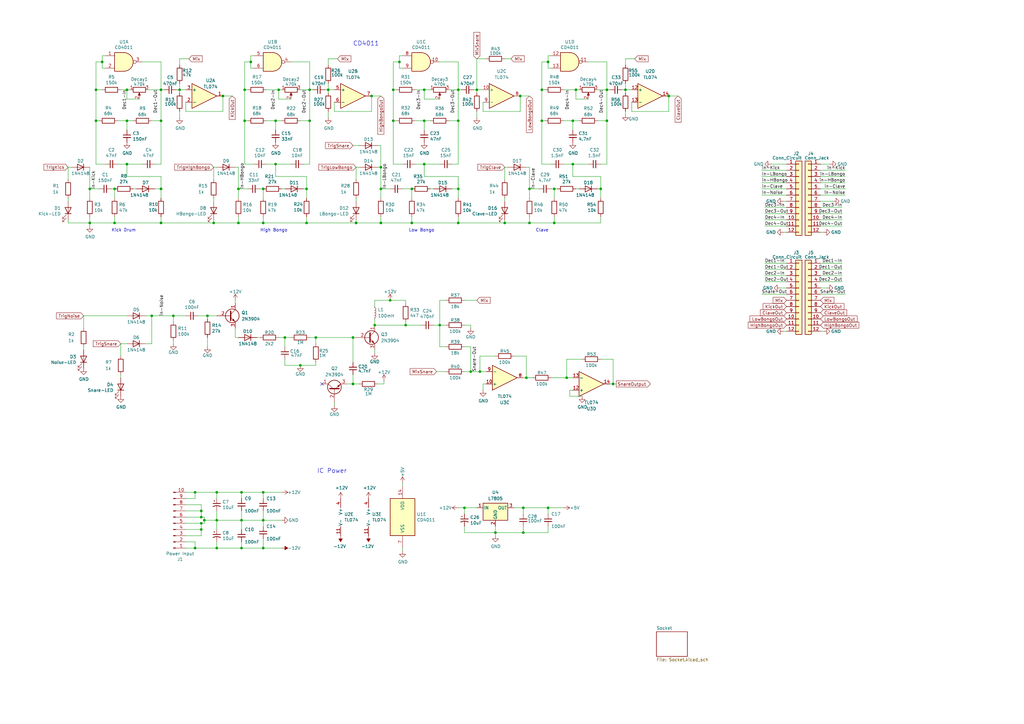
<source format=kicad_sch>
(kicad_sch (version 20231120) (generator "eeschema") (generator_version "8.0")
  (paper "A3")
  (title_block (title "Drumbox") (date "2025-02-02") (rev "1.0") (company "Bleep Sound"))
  (junction (at 152.4 39.37))
  (junction (at 203.2 218.44))
  (junction (at 107.95 224.79))
  (junction (at 166.37 133.35))
  (junction (at 113.03 49.53))
  (junction (at 214.63 208.28))
  (junction (at 73.66 36.83))
  (junction (at 168.91 91.44))
  (junction (at 251.46 157.48))
  (junction (at 88.9 201.93))
  (junction (at 36.83 77.47))
  (junction (at 234.95 49.53))
  (junction (at 274.32 39.37))
  (junction (at 80.01 201.93))
  (junction (at 187.96 91.44))
  (junction (at 66.04 91.44))
  (junction (at 52.07 49.53))
  (junction (at 97.79 91.44))
  (junction (at 113.03 67.31))
  (junction (at 163.83 25.4))
  (junction (at 256.54 36.83))
  (junction (at 46.99 91.44))
  (junction (at 97.79 77.47))
  (junction (at 173.99 49.53))
  (junction (at 91.44 39.37))
  (junction (at 36.83 91.44))
  (junction (at 125.73 77.47))
  (junction (at 127 49.53))
  (junction (at 187.96 77.47))
  (junction (at 127 36.83))
  (junction (at 39.37 36.83))
  (junction (at 248.92 36.83))
  (junction (at 83.82 213.36))
  (junction (at 99.06 213.36))
  (junction (at 46.99 77.47))
  (junction (at 236.22 36.83))
  (junction (at 213.36 39.37))
  (junction (at 207.01 91.44))
  (junction (at 214.63 218.44))
  (junction (at 180.34 133.35))
  (junction (at 146.05 91.44))
  (junction (at 107.95 201.93))
  (junction (at 187.96 49.53))
  (junction (at 227.33 91.44))
  (junction (at 125.73 91.44))
  (junction (at 222.25 49.53))
  (junction (at 107.95 213.36))
  (junction (at 222.25 36.83))
  (junction (at 217.17 91.44))
  (junction (at 153.67 133.35))
  (junction (at 196.85 152.4))
  (junction (at 52.07 67.31))
  (junction (at 116.84 138.43))
  (junction (at 82.55 209.55))
  (junction (at 80.01 224.79))
  (junction (at 102.87 25.4))
  (junction (at 232.41 154.94))
  (junction (at 187.96 36.83))
  (junction (at 224.79 25.4))
  (junction (at 156.21 68.58))
  (junction (at 107.95 77.47))
  (junction (at 99.06 201.93))
  (junction (at 107.95 91.44))
  (junction (at 144.78 138.43))
  (junction (at 217.17 77.47))
  (junction (at 66.04 49.53))
  (junction (at 114.3 36.83))
  (junction (at 234.95 67.31))
  (junction (at 168.91 77.47))
  (junction (at 82.55 212.09))
  (junction (at 88.9 224.79))
  (junction (at 144.78 157.48))
  (junction (at 99.06 224.79))
  (junction (at 62.23 129.54))
  (junction (at 156.21 77.47))
  (junction (at 82.55 214.63))
  (junction (at 41.91 25.4))
  (junction (at 246.38 77.47))
  (junction (at 248.92 49.53))
  (junction (at 161.29 36.83))
  (junction (at 87.63 91.44))
  (junction (at 85.09 129.54))
  (junction (at 156.21 91.44))
  (junction (at 39.37 49.53))
  (junction (at 190.5 208.28))
  (junction (at 100.33 36.83))
  (junction (at 129.54 138.43))
  (junction (at 224.79 208.28))
  (junction (at 193.04 152.4))
  (junction (at 123.19 149.86))
  (junction (at 52.07 36.83))
  (junction (at 227.33 77.47))
  (junction (at 161.29 49.53))
  (junction (at 134.62 36.83))
  (junction (at 173.99 36.83))
  (junction (at 71.12 129.54))
  (junction (at 173.99 67.31))
  (junction (at 82.55 217.17))
  (junction (at 100.33 49.53))
  (junction (at 88.9 213.36))
  (junction (at 215.9 154.94))
  (junction (at 195.58 36.83))
  (junction (at 160.02 123.19))
  (junction (at 66.04 36.83))
  (junction (at 66.04 77.47))
  (no_connect (at 132.08 157.48))
  (wire (pts (xy 246.38 147.32) (xy 251.46 147.32)))
  (wire (pts (xy 224.79 215.9) (xy 224.79 218.44)))
  (wire (pts (xy 137.16 165.1) (xy 137.16 166.37)))
  (wire (pts (xy 222.25 36.83) (xy 222.25 49.53)))
  (wire (pts (xy 213.36 45.72) (xy 213.36 39.37)))
  (wire (pts (xy 97.79 68.58) (xy 96.52 68.58)))
  (wire (pts (xy 66.04 36.83) (xy 66.04 49.53)))
  (wire (pts (xy 96.52 123.19) (xy 96.52 124.46)))
  (wire (pts (xy 207.01 24.13) (xy 209.55 24.13)))
  (wire (pts (xy 97.79 77.47) (xy 101.6 77.47)))
  (wire (pts (xy 66.04 91.44) (xy 87.63 91.44)))
  (wire (pts (xy 107.95 224.79) (xy 115.57 224.79)))
  (wire (pts (xy 193.04 152.4) (xy 196.85 152.4)))
  (wire (pts (xy 259.08 45.72) (xy 274.32 45.72)))
  (wire (pts (xy 83.82 212.09) (xy 82.55 212.09)))
  (wire (pts (xy 217.17 91.44) (xy 217.17 88.9)))
  (wire (pts (xy 195.58 24.13) (xy 195.58 36.83)))
  (wire (pts (xy 199.39 157.48) (xy 198.12 157.48)))
  (wire (pts (xy 312.42 77.47) (xy 322.58 77.47)))
  (wire (pts (xy 173.99 72.39) (xy 173.99 67.31)))
  (wire (pts (xy 52.07 40.64) (xy 57.15 40.64)))
  (wire (pts (xy 177.8 77.47) (xy 176.53 77.47)))
  (wire (pts (xy 227.33 77.47) (xy 227.33 81.28)))
  (wire (pts (xy 168.91 77.47) (xy 165.1 77.47)))
  (wire (pts (xy 76.2 129.54) (xy 71.12 129.54)))
  (wire (pts (xy 39.37 25.4) (xy 39.37 36.83)))
  (wire (pts (xy 313.69 90.17) (xy 322.58 90.17)))
  (wire (pts (xy 128.27 36.83) (xy 127 36.83)))
  (wire (pts (xy 100.33 67.31) (xy 100.33 49.53)))
  (wire (pts (xy 168.91 91.44) (xy 187.96 91.44)))
  (wire (pts (xy 160.02 123.19) (xy 166.37 123.19)))
  (wire (pts (xy 76.2 201.93) (xy 80.01 201.93)))
  (wire (pts (xy 88.9 129.54) (xy 85.09 129.54)))
  (wire (pts (xy 134.62 36.83) (xy 137.16 36.83)))
  (wire (pts (xy 27.94 91.44) (xy 36.83 91.44)))
  (wire (pts (xy 88.9 222.25) (xy 88.9 224.79)))
  (wire (pts (xy 168.91 91.44) (xy 156.21 91.44)))
  (wire (pts (xy 99.06 209.55) (xy 99.06 213.36)))
  (wire (pts (xy 346.71 74.93) (xy 336.55 74.93)))
  (wire (pts (xy 123.19 149.86) (xy 116.84 149.86)))
  (wire (pts (xy 27.94 68.58) (xy 27.94 73.66)))
  (wire (pts (xy 213.36 39.37) (xy 217.17 39.37)))
  (wire (pts (xy 180.34 123.19) (xy 180.34 133.35)))
  (wire (pts (xy 104.14 22.86) (xy 102.87 22.86)))
  (wire (pts (xy 146.05 91.44) (xy 146.05 90.17)))
  (wire (pts (xy 116.84 149.86) (xy 116.84 147.32)))
  (wire (pts (xy 234.95 160.02) (xy 233.68 160.02)))
  (wire (pts (xy 248.92 36.83) (xy 248.92 49.53)))
  (wire (pts (xy 100.33 36.83) (xy 101.6 36.83)))
  (wire (pts (xy 168.91 81.28) (xy 168.91 77.47)))
  (wire (pts (xy 81.28 129.54) (xy 85.09 129.54)))
  (wire (pts (xy 248.92 49.53) (xy 248.92 67.31)))
  (wire (pts (xy 227.33 88.9) (xy 227.33 91.44)))
  (wire (pts (xy 76.2 204.47) (xy 80.01 204.47)))
  (wire (pts (xy 195.58 38.1) (xy 195.58 36.83)))
  (wire (pts (xy 133.35 36.83) (xy 134.62 36.83)))
  (wire (pts (xy 184.15 49.53) (xy 187.96 49.53)))
  (wire (pts (xy 49.53 154.94) (xy 49.53 153.67)))
  (wire (pts (xy 154.94 59.69) (xy 156.21 59.69)))
  (wire (pts (xy 88.9 204.47) (xy 88.9 201.93)))
  (wire (pts (xy 146.05 82.55) (xy 146.05 81.28)))
  (wire (pts (xy 134.62 38.1) (xy 134.62 36.83)))
  (wire (pts (xy 49.53 140.97) (xy 49.53 146.05)))
  (wire (pts (xy 76.2 224.79) (xy 80.01 224.79)))
  (wire (pts (xy 195.58 24.13) (xy 199.39 24.13)))
  (wire (pts (xy 113.03 53.34) (xy 113.03 49.53)))
  (wire (pts (xy 195.58 48.26) (xy 195.58 45.72)))
  (wire (pts (xy 53.34 36.83) (xy 52.07 36.83)))
  (wire (pts (xy 190.5 218.44) (xy 203.2 218.44)))
  (wire (pts (xy 83.82 214.63) (xy 82.55 214.63)))
  (wire (pts (xy 156.21 77.47) (xy 156.21 81.28)))
  (wire (pts (xy 234.95 72.39) (xy 234.95 67.31)))
  (wire (pts (xy 102.87 25.4) (xy 100.33 25.4)))
  (wire (pts (xy 238.76 147.32) (xy 232.41 147.32)))
  (wire (pts (xy 66.04 88.9) (xy 66.04 91.44)))
  (wire (pts (xy 129.54 140.97) (xy 129.54 138.43)))
  (wire (pts (xy 154.94 157.48) (xy 157.48 157.48)))
  (wire (pts (xy 232.41 147.32) (xy 232.41 154.94)))
  (wire (pts (xy 248.92 67.31) (xy 246.38 67.31)))
  (wire (pts (xy 256.54 38.1) (xy 256.54 36.83)))
  (wire (pts (xy 346.71 77.47) (xy 336.55 77.47)))
  (wire (pts (xy 179.07 152.4) (xy 182.88 152.4)))
  (wire (pts (xy 99.06 213.36) (xy 107.95 213.36)))
  (wire (pts (xy 251.46 147.32) (xy 251.46 157.48)))
  (wire (pts (xy 152.4 39.37) (xy 156.21 39.37)))
  (wire (pts (xy 114.3 138.43) (xy 116.84 138.43)))
  (wire (pts (xy 187.96 72.39) (xy 173.99 72.39)))
  (wire (pts (xy 109.22 49.53) (xy 113.03 49.53)))
  (wire (pts (xy 259.08 41.91) (xy 259.08 45.72)))
  (wire (pts (xy 337.82 135.89) (xy 336.55 135.89)))
  (wire (pts (xy 144.78 138.43) (xy 146.05 138.43)))
  (wire (pts (xy 66.04 67.31) (xy 63.5 67.31)))
  (wire (pts (xy 168.91 88.9) (xy 168.91 91.44)))
  (wire (pts (xy 187.96 25.4) (xy 187.96 36.83)))
  (wire (pts (xy 114.3 36.83) (xy 115.57 36.83)))
  (wire (pts (xy 187.96 72.39) (xy 187.96 77.47)))
  (wire (pts (xy 345.44 113.03) (xy 336.55 113.03)))
  (wire (pts (xy 312.42 72.39) (xy 322.58 72.39)))
  (wire (pts (xy 46.99 88.9) (xy 46.99 91.44)))
  (wire (pts (xy 189.23 36.83) (xy 187.96 36.83)))
  (wire (pts (xy 99.06 201.93) (xy 99.06 204.47)))
  (wire (pts (xy 345.44 92.71) (xy 336.55 92.71)))
  (wire (pts (xy 107.95 91.44) (xy 125.73 91.44)))
  (wire (pts (xy 313.69 85.09) (xy 322.58 85.09)))
  (wire (pts (xy 214.63 208.28) (xy 214.63 210.82)))
  (wire (pts (xy 125.73 72.39) (xy 125.73 77.47)))
  (wire (pts (xy 222.25 25.4) (xy 222.25 36.83)))
  (wire (pts (xy 34.29 129.54) (xy 34.29 134.62)))
  (wire (pts (xy 146.05 91.44) (xy 156.21 91.44)))
  (wire (pts (xy 312.42 120.65) (xy 322.58 120.65)))
  (wire (pts (xy 43.18 22.86) (xy 41.91 22.86)))
  (wire (pts (xy 41.91 27.94) (xy 43.18 27.94)))
  (wire (pts (xy 180.34 133.35) (xy 180.34 142.24)))
  (wire (pts (xy 346.71 80.01) (xy 336.55 80.01)))
  (wire (pts (xy 215.9 154.94) (xy 218.44 154.94)))
  (wire (pts (xy 87.63 91.44) (xy 97.79 91.44)))
  (wire (pts (xy 123.19 36.83) (xy 127 36.83)))
  (wire (pts (xy 226.06 154.94) (xy 232.41 154.94)))
  (wire (pts (xy 170.18 36.83) (xy 173.99 36.83)))
  (wire (pts (xy 170.18 49.53) (xy 173.99 49.53)))
  (wire (pts (xy 82.55 217.17) (xy 82.55 214.63)))
  (wire (pts (xy 190.5 208.28) (xy 190.5 210.82)))
  (wire (pts (xy 224.79 208.28) (xy 224.79 210.82)))
  (wire (pts (xy 87.63 91.44) (xy 87.63 90.17)))
  (wire (pts (xy 71.12 140.97) (xy 71.12 139.7)))
  (wire (pts (xy 203.2 215.9) (xy 203.2 218.44)))
  (wire (pts (xy 173.99 40.64) (xy 173.99 36.83)))
  (wire (pts (xy 107.95 209.55) (xy 107.95 213.36)))
  (wire (pts (xy 245.11 36.83) (xy 248.92 36.83)))
  (wire (pts (xy 62.23 129.54) (xy 71.12 129.54)))
  (wire (pts (xy 107.95 91.44) (xy 97.79 91.44)))
  (wire (pts (xy 127 36.83) (xy 127 49.53)))
  (wire (pts (xy 196.85 146.05) (xy 196.85 152.4)))
  (wire (pts (xy 76.2 219.71) (xy 82.55 219.71)))
  (wire (pts (xy 190.5 142.24) (xy 193.04 142.24)))
  (wire (pts (xy 180.34 133.35) (xy 182.88 133.35)))
  (wire (pts (xy 134.62 48.26) (xy 134.62 45.72)))
  (wire (pts (xy 187.96 91.44) (xy 207.01 91.44)))
  (wire (pts (xy 129.54 149.86) (xy 123.19 149.86)))
  (wire (pts (xy 233.68 162.56) (xy 238.76 162.56)))
  (wire (pts (xy 163.83 22.86) (xy 163.83 25.4)))
  (wire (pts (xy 256.54 24.13) (xy 260.35 24.13)))
  (wire (pts (xy 166.37 133.35) (xy 172.72 133.35)))
  (wire (pts (xy 87.63 68.58) (xy 87.63 73.66)))
  (wire (pts (xy 241.3 40.64) (xy 236.22 40.64)))
  (wire (pts (xy 97.79 91.44) (xy 97.79 88.9)))
  (wire (pts (xy 34.29 129.54) (xy 52.07 129.54)))
  (wire (pts (xy 107.95 201.93) (xy 107.95 204.47)))
  (wire (pts (xy 246.38 72.39) (xy 246.38 77.47)))
  (wire (pts (xy 39.37 67.31) (xy 39.37 49.53)))
  (wire (pts (xy 144.78 157.48) (xy 142.24 157.48)))
  (wire (pts (xy 222.25 67.31) (xy 222.25 49.53)))
  (wire (pts (xy 34.29 143.51) (xy 34.29 142.24)))
  (wire (pts (xy 105.41 138.43) (xy 106.68 138.43)))
  (wire (pts (xy 231.14 36.83) (xy 236.22 36.83)))
  (wire (pts (xy 217.17 68.58) (xy 215.9 68.58)))
  (wire (pts (xy 72.39 36.83) (xy 73.66 36.83)))
  (wire (pts (xy 125.73 72.39) (xy 113.03 72.39)))
  (wire (pts (xy 345.44 85.09) (xy 336.55 85.09)))
  (wire (pts (xy 198.12 41.91) (xy 198.12 45.72)))
  (wire (pts (xy 76.2 222.25) (xy 80.01 222.25)))
  (wire (pts (xy 190.5 133.35) (xy 193.04 133.35)))
  (wire (pts (xy 193.04 142.24) (xy 193.04 152.4)))
  (wire (pts (xy 104.14 67.31) (xy 100.33 67.31)))
  (wire (pts (xy 96.52 134.62) (xy 96.52 138.43)))
  (wire (pts (xy 113.03 49.53) (xy 115.57 49.53)))
  (wire (pts (xy 119.38 25.4) (xy 127 25.4)))
  (wire (pts (xy 246.38 77.47) (xy 246.38 81.28)))
  (wire (pts (xy 173.99 36.83) (xy 176.53 36.83)))
  (wire (pts (xy 80.01 204.47) (xy 80.01 201.93)))
  (wire (pts (xy 340.36 67.31) (xy 336.55 67.31)))
  (wire (pts (xy 91.44 39.37) (xy 95.25 39.37)))
  (wire (pts (xy 125.73 77.47) (xy 125.73 81.28)))
  (wire (pts (xy 97.79 138.43) (xy 96.52 138.43)))
  (wire (pts (xy 161.29 36.83) (xy 161.29 49.53)))
  (wire (pts (xy 144.78 59.69) (xy 147.32 59.69)))
  (wire (pts (xy 234.95 49.53) (xy 237.49 49.53)))
  (wire (pts (xy 59.69 140.97) (xy 62.23 140.97)))
  (wire (pts (xy 60.96 36.83) (xy 66.04 36.83)))
  (wire (pts (xy 165.1 22.86) (xy 163.83 22.86)))
  (wire (pts (xy 345.44 110.49) (xy 336.55 110.49)))
  (wire (pts (xy 59.69 129.54) (xy 62.23 129.54)))
  (wire (pts (xy 180.34 40.64) (xy 173.99 40.64)))
  (wire (pts (xy 114.3 40.64) (xy 114.3 36.83)))
  (wire (pts (xy 160.02 77.47) (xy 156.21 77.47)))
  (wire (pts (xy 76.2 209.55) (xy 82.55 209.55)))
  (wire (pts (xy 345.44 115.57) (xy 336.55 115.57)))
  (wire (pts (xy 73.66 36.83) (xy 76.2 36.83)))
  (wire (pts (xy 36.83 77.47) (xy 36.83 68.58)))
  (wire (pts (xy 222.25 49.53) (xy 223.52 49.53)))
  (wire (pts (xy 180.34 25.4) (xy 187.96 25.4)))
  (wire (pts (xy 215.9 154.94) (xy 214.63 154.94)))
  (wire (pts (xy 156.21 59.69) (xy 156.21 68.58)))
  (wire (pts (xy 320.04 118.11) (xy 322.58 118.11)))
  (wire (pts (xy 228.6 77.47) (xy 227.33 77.47)))
  (wire (pts (xy 97.79 77.47) (xy 97.79 81.28)))
  (wire (pts (xy 119.38 67.31) (xy 113.03 67.31)))
  (wire (pts (xy 321.31 95.25) (xy 322.58 95.25)))
  (wire (pts (xy 102.87 27.94) (xy 104.14 27.94)))
  (wire (pts (xy 116.84 138.43) (xy 116.84 142.24)))
  (wire (pts (xy 234.95 67.31) (xy 231.14 67.31)))
  (wire (pts (xy 88.9 209.55) (xy 88.9 213.36)))
  (wire (pts (xy 146.05 68.58) (xy 146.05 73.66)))
  (wire (pts (xy 224.79 22.86) (xy 224.79 25.4)))
  (wire (pts (xy 165.1 198.12) (xy 165.1 199.39)))
  (wire (pts (xy 255.27 36.83) (xy 256.54 36.83)))
  (wire (pts (xy 156.21 68.58) (xy 156.21 77.47)))
  (wire (pts (xy 241.3 67.31) (xy 234.95 67.31)))
  (wire (pts (xy 134.62 26.67) (xy 134.62 24.13)))
  (wire (pts (xy 184.15 36.83) (xy 187.96 36.83)))
  (wire (pts (xy 85.09 129.54) (xy 85.09 130.81)))
  (wire (pts (xy 161.29 49.53) (xy 162.56 49.53)))
  (wire (pts (xy 237.49 77.47) (xy 236.22 77.47)))
  (wire (pts (xy 313.69 87.63) (xy 322.58 87.63)))
  (wire (pts (xy 107.95 88.9) (xy 107.95 91.44)))
  (wire (pts (xy 250.19 157.48) (xy 251.46 157.48)))
  (wire (pts (xy 52.07 49.53) (xy 54.61 49.53)))
  (wire (pts (xy 203.2 218.44) (xy 203.2 219.71)))
  (wire (pts (xy 337.82 95.25) (xy 336.55 95.25)))
  (wire (pts (xy 66.04 77.47) (xy 66.04 81.28)))
  (wire (pts (xy 165.1 67.31) (xy 161.29 67.31)))
  (wire (pts (xy 153.67 123.19) (xy 160.02 123.19)))
  (wire (pts (xy 82.55 207.01) (xy 82.55 209.55)))
  (wire (pts (xy 220.98 77.47) (xy 217.17 77.47)))
  (wire (pts (xy 187.96 88.9) (xy 187.96 91.44)))
  (wire (pts (xy 234.95 53.34) (xy 234.95 49.53)))
  (wire (pts (xy 166.37 133.35) (xy 153.67 133.35)))
  (wire (pts (xy 203.2 146.05) (xy 196.85 146.05)))
  (wire (pts (xy 147.32 68.58) (xy 146.05 68.58)))
  (wire (pts (xy 58.42 67.31) (xy 52.07 67.31)))
  (wire (pts (xy 339.09 118.11) (xy 336.55 118.11)))
  (wire (pts (xy 76.2 41.91) (xy 76.2 45.72)))
  (wire (pts (xy 161.29 36.83) (xy 162.56 36.83)))
  (wire (pts (xy 190.5 123.19) (xy 195.58 123.19)))
  (wire (pts (xy 58.42 25.4) (xy 66.04 25.4)))
  (wire (pts (xy 49.53 36.83) (xy 52.07 36.83)))
  (wire (pts (xy 321.31 82.55) (xy 322.58 82.55)))
  (wire (pts (xy 76.2 207.01) (xy 82.55 207.01)))
  (wire (pts (xy 66.04 25.4) (xy 66.04 36.83)))
  (wire (pts (xy 123.19 49.53) (xy 127 49.53)))
  (wire (pts (xy 80.01 222.25) (xy 80.01 224.79)))
  (wire (pts (xy 198.12 157.48) (xy 198.12 160.02)))
  (wire (pts (xy 208.28 68.58) (xy 207.01 68.58)))
  (wire (pts (xy 66.04 72.39) (xy 52.07 72.39)))
  (wire (pts (xy 116.84 77.47) (xy 115.57 77.47)))
  (wire (pts (xy 215.9 146.05) (xy 215.9 154.94)))
  (wire (pts (xy 256.54 26.67) (xy 256.54 24.13)))
  (wire (pts (xy 161.29 67.31) (xy 161.29 49.53)))
  (wire (pts (xy 100.33 36.83) (xy 100.33 49.53)))
  (wire (pts (xy 187.96 67.31) (xy 185.42 67.31)))
  (wire (pts (xy 217.17 77.47) (xy 217.17 81.28)))
  (wire (pts (xy 226.06 67.31) (xy 222.25 67.31)))
  (wire (pts (xy 66.04 49.53) (xy 66.04 67.31)))
  (wire (pts (xy 82.55 212.09) (xy 82.55 209.55)))
  (wire (pts (xy 173.99 67.31) (xy 170.18 67.31)))
  (wire (pts (xy 224.79 208.28) (xy 214.63 208.28)))
  (wire (pts (xy 39.37 36.83) (xy 41.91 36.83)))
  (wire (pts (xy 153.67 133.35) (xy 153.67 130.81)))
  (wire (pts (xy 312.42 80.01) (xy 322.58 80.01)))
  (wire (pts (xy 274.32 39.37) (xy 278.13 39.37)))
  (wire (pts (xy 80.01 224.79) (xy 88.9 224.79)))
  (wire (pts (xy 88.9 213.36) (xy 99.06 213.36)))
  (wire (pts (xy 207.01 91.44) (xy 217.17 91.44)))
  (wire (pts (xy 345.44 90.17) (xy 336.55 90.17)))
  (wire (pts (xy 157.48 157.48) (xy 157.48 156.21)))
  (wire (pts (xy 124.46 77.47) (xy 125.73 77.47)))
  (wire (pts (xy 163.83 25.4) (xy 161.29 25.4)))
  (wire (pts (xy 313.69 107.95) (xy 322.58 107.95)))
  (wire (pts (xy 88.9 213.36) (xy 88.9 217.17)))
  (wire (pts (xy 39.37 49.53) (xy 40.64 49.53)))
  (wire (pts (xy 224.79 25.4) (xy 224.79 27.94)))
  (wire (pts (xy 210.82 146.05) (xy 215.9 146.05)))
  (wire (pts (xy 236.22 40.64) (xy 236.22 36.83)))
  (wire (pts (xy 187.96 208.28) (xy 190.5 208.28)))
  (wire (pts (xy 73.66 36.83) (xy 73.66 34.29)))
  (wire (pts (xy 207.01 91.44) (xy 207.01 90.17)))
  (wire (pts (xy 152.4 45.72) (xy 152.4 39.37)))
  (wire (pts (xy 102.87 22.86) (xy 102.87 25.4)))
  (wire (pts (xy 274.32 45.72) (xy 274.32 39.37)))
  (wire (pts (xy 316.23 67.31) (xy 322.58 67.31)))
  (wire (pts (xy 97.79 68.58) (xy 97.79 77.47)))
  (wire (pts (xy 217.17 68.58) (xy 217.17 77.47)))
  (wire (pts (xy 194.31 36.83) (xy 195.58 36.83)))
  (wire (pts (xy 313.69 115.57) (xy 322.58 115.57)))
  (wire (pts (xy 134.62 24.13) (xy 138.43 24.13)))
  (wire (pts (xy 88.9 68.58) (xy 87.63 68.58)))
  (wire (pts (xy 73.66 48.26) (xy 73.66 45.72)))
  (wire (pts (xy 102.87 25.4) (xy 102.87 27.94)))
  (wire (pts (xy 129.54 138.43) (xy 144.78 138.43)))
  (wire (pts (xy 153.67 143.51) (xy 153.67 144.78)))
  (wire (pts (xy 83.82 213.36) (xy 83.82 212.09)))
  (wire (pts (xy 41.91 22.86) (xy 41.91 25.4)))
  (wire (pts (xy 91.44 45.72) (xy 91.44 39.37)))
  (wire (pts (xy 83.82 213.36) (xy 88.9 213.36)))
  (wire (pts (xy 83.82 214.63) (xy 83.82 213.36)))
  (wire (pts (xy 346.71 72.39) (xy 336.55 72.39)))
  (wire (pts (xy 100.33 49.53) (xy 101.6 49.53)))
  (wire (pts (xy 321.31 135.89) (xy 322.58 135.89)))
  (wire (pts (xy 207.01 82.55) (xy 207.01 81.28)))
  (wire (pts (xy 52.07 67.31) (xy 48.26 67.31)))
  (wire (pts (xy 190.5 152.4) (xy 193.04 152.4)))
  (wire (pts (xy 236.22 36.83) (xy 237.49 36.83)))
  (wire (pts (xy 107.95 77.47) (xy 106.68 77.47)))
  (wire (pts (xy 227.33 91.44) (xy 217.17 91.44)))
  (wire (pts (xy 241.3 25.4) (xy 248.92 25.4)))
  (wire (pts (xy 166.37 132.08) (xy 166.37 133.35)))
  (wire (pts (xy 345.44 87.63) (xy 336.55 87.63)))
  (wire (pts (xy 100.33 25.4) (xy 100.33 36.83)))
  (wire (pts (xy 73.66 26.67) (xy 73.66 24.13)))
  (wire (pts (xy 185.42 77.47) (xy 187.96 77.47)))
  (wire (pts (xy 156.21 68.58) (xy 154.94 68.58)))
  (wire (pts (xy 127 25.4) (xy 127 36.83)))
  (wire (pts (xy 88.9 224.79) (xy 99.06 224.79)))
  (wire (pts (xy 76.2 214.63) (xy 82.55 214.63)))
  (wire (pts (xy 198.12 45.72) (xy 213.36 45.72)))
  (wire (pts (xy 88.9 201.93) (xy 99.06 201.93)))
  (wire (pts (xy 62.23 140.97) (xy 62.23 129.54)))
  (wire (pts (xy 256.54 46.99) (xy 256.54 45.72)))
  (wire (pts (xy 312.42 74.93) (xy 322.58 74.93)))
  (wire (pts (xy 182.88 123.19) (xy 180.34 123.19)))
  (wire (pts (xy 313.69 113.03) (xy 322.58 113.03)))
  (wire (pts (xy 227.33 91.44) (xy 246.38 91.44)))
  (wire (pts (xy 113.03 72.39) (xy 113.03 67.31)))
  (wire (pts (xy 245.11 77.47) (xy 246.38 77.47)))
  (wire (pts (xy 41.91 25.4) (xy 41.91 27.94)))
  (wire (pts (xy 313.69 110.49) (xy 322.58 110.49)))
  (wire (pts (xy 125.73 88.9) (xy 125.73 91.44)))
  (wire (pts (xy 231.14 208.28) (xy 224.79 208.28)))
  (wire (pts (xy 80.01 201.93) (xy 88.9 201.93)))
  (wire (pts (xy 55.88 77.47) (xy 54.61 77.47)))
  (wire (pts (xy 41.91 25.4) (xy 39.37 25.4)))
  (wire (pts (xy 222.25 36.83) (xy 223.52 36.83)))
  (wire (pts (xy 187.96 77.47) (xy 187.96 81.28)))
  (wire (pts (xy 109.22 36.83) (xy 114.3 36.83)))
  (wire (pts (xy 99.06 213.36) (xy 99.06 217.17)))
  (wire (pts (xy 107.95 77.47) (xy 107.95 81.28)))
  (wire (pts (xy 127 67.31) (xy 124.46 67.31)))
  (wire (pts (xy 71.12 129.54) (xy 71.12 132.08)))
  (wire (pts (xy 245.11 49.53) (xy 248.92 49.53)))
  (wire (pts (xy 232.41 154.94) (xy 234.95 154.94)))
  (wire (pts (xy 52.07 140.97) (xy 49.53 140.97)))
  (wire (pts (xy 144.78 153.67) (xy 144.78 157.48)))
  (wire (pts (xy 180.34 67.31) (xy 173.99 67.31)))
  (wire (pts (xy 99.06 224.79) (xy 107.95 224.79)))
  (wire (pts (xy 36.83 77.47) (xy 36.83 81.28)))
  (wire (pts (xy 137.16 45.72) (xy 152.4 45.72)))
  (wire (pts (xy 107.95 213.36) (xy 107.95 215.9)))
  (wire (pts (xy 66.04 72.39) (xy 66.04 77.47)))
  (wire (pts (xy 177.8 133.35) (xy 180.34 133.35)))
  (wire (pts (xy 163.83 25.4) (xy 163.83 27.94)))
  (wire (pts (xy 207.01 68.58) (xy 207.01 73.66)))
  (wire (pts (xy 161.29 25.4) (xy 161.29 36.83)))
  (wire (pts (xy 125.73 91.44) (xy 146.05 91.44)))
  (wire (pts (xy 39.37 36.83) (xy 39.37 49.53)))
  (wire (pts (xy 190.5 208.28) (xy 195.58 208.28)))
  (wire (pts (xy 119.38 40.64) (xy 114.3 40.64)))
  (wire (pts (xy 227.33 77.47) (xy 226.06 77.47)))
  (wire (pts (xy 43.18 67.31) (xy 39.37 67.31)))
  (wire (pts (xy 195.58 36.83) (xy 198.12 36.83)))
  (wire (pts (xy 165.1 224.79) (xy 165.1 226.06)))
  (wire (pts (xy 46.99 91.44) (xy 66.04 91.44)))
  (wire (pts (xy 153.67 125.73) (xy 153.67 123.19)))
  (wire (pts (xy 46.99 81.28) (xy 46.99 77.47)))
  (wire (pts (xy 144.78 148.59) (xy 144.78 138.43)))
  (wire (pts (xy 127 49.53) (xy 127 67.31)))
  (wire (pts (xy 107.95 213.36) (xy 115.57 213.36)))
  (wire (pts (xy 231.14 49.53) (xy 234.95 49.53)))
  (wire (pts (xy 246.38 88.9) (xy 246.38 91.44)))
  (wire (pts (xy 233.68 160.02) (xy 233.68 162.56)))
  (wire (pts (xy 180.34 142.24) (xy 182.88 142.24)))
  (wire (pts (xy 85.09 138.43) (xy 85.09 142.24)))
  (wire (pts (xy 52.07 72.39) (xy 52.07 67.31)))
  (wire (pts (xy 173.99 53.34) (xy 173.99 49.53)))
  (wire (pts (xy 76.2 217.17) (xy 82.55 217.17)))
  (wire (pts (xy 76.2 45.72) (xy 91.44 45.72)))
  (wire (pts (xy 137.16 41.91) (xy 137.16 45.72)))
  (wire (pts (xy 214.63 215.9) (xy 214.63 218.44)))
  (wire (pts (xy 87.63 82.55) (xy 87.63 81.28)))
  (wire (pts (xy 134.62 36.83) (xy 134.62 34.29)))
  (wire (pts (xy 144.78 157.48) (xy 147.32 157.48)))
  (wire (pts (xy 312.42 69.85) (xy 322.58 69.85)))
  (wire (pts (xy 214.63 208.28) (xy 210.82 208.28)))
  (wire (pts (xy 129.54 148.59) (xy 129.54 149.86)))
  (wire (pts (xy 52.07 40.64) (xy 52.07 36.83)))
  (wire (pts (xy 345.44 107.95) (xy 336.55 107.95)))
  (wire (pts (xy 248.92 25.4) (xy 248.92 36.83)))
  (wire (pts (xy 27.94 91.44) (xy 27.94 90.17)))
  (wire (pts (xy 156.21 91.44) (xy 156.21 88.9)))
  (wire (pts (xy 166.37 123.19) (xy 166.37 124.46)))
  (wire (pts (xy 99.06 222.25) (xy 99.06 224.79)))
  (wire (pts (xy 27.94 82.55) (xy 27.94 81.28)))
  (wire (pts (xy 246.38 72.39) (xy 234.95 72.39)))
  (wire (pts (xy 107.95 220.98) (xy 107.95 224.79)))
  (wire (pts (xy 73.66 38.1) (xy 73.66 36.83)))
  (wire (pts (xy 46.99 77.47) (xy 45.72 77.47)))
  (wire (pts (xy 190.5 215.9) (xy 190.5 218.44)))
  (wire (pts (xy 36.83 91.44) (xy 36.83 88.9)))
  (wire (pts (xy 224.79 25.4) (xy 222.25 25.4)))
  (wire (pts (xy 224.79 218.44) (xy 214.63 218.44)))
  (wire (pts (xy 341.63 82.55) (xy 336.55 82.55)))
  (wire (pts (xy 250.19 36.83) (xy 248.92 36.83)))
  (wire (pts (xy 346.71 69.85) (xy 336.55 69.85)))
  (wire (pts (xy 73.66 24.13) (xy 77.47 24.13)))
  (wire (pts (xy 187.96 49.53) (xy 187.96 67.31)))
  (wire (pts (xy 113.03 67.31) (xy 109.22 67.31)))
  (wire (pts (xy 163.83 27.94) (xy 165.1 27.94)))
  (wire (pts (xy 48.26 49.53) (xy 52.07 49.53)))
  (wire (pts (xy 29.21 68.58) (xy 27.94 68.58)))
  (wire (pts (xy 224.79 27.94) (xy 226.06 27.94)))
  (wire (pts (xy 99.06 201.93) (xy 107.95 201.93)))
  (wire (pts (xy 107.95 201.93) (xy 115.57 201.93)))
  (wire (pts (xy 226.06 22.86) (xy 224.79 22.86)))
  (wire (pts (xy 313.69 92.71) (xy 322.58 92.71)))
  (wire (pts (xy 251.46 157.48) (xy 252.73 157.48)))
  (wire (pts (xy 193.04 133.35) (xy 193.04 134.62)))
  (wire (pts (xy 119.38 138.43) (xy 116.84 138.43)))
  (wire (pts (xy 40.64 77.47) (xy 36.83 77.47)))
  (wire (pts (xy 256.54 36.83) (xy 259.08 36.83)))
  (wire (pts (xy 214.63 218.44) (xy 203.2 218.44)))
  (wire (pts (xy 36.83 92.71) (xy 36.83 91.44)))
  (wire (pts (xy 346.71 120.65) (xy 336.55 120.65)))
  (wire (pts (xy 52.07 53.34) (xy 52.07 49.53)))
  (wire (pts (xy 129.54 138.43) (xy 127 138.43)))
  (wire (pts (xy 46.99 91.44) (xy 36.83 91.44)))
  (wire (pts (xy 63.5 77.47) (xy 66.04 77.47)))
  (wire (pts (xy 82.55 212.09) (xy 76.2 212.09)))
  (wire (pts (xy 196.85 152.4) (xy 199.39 152.4)))
  (wire (pts (xy 82.55 219.71) (xy 82.55 217.17)))
  (wire (pts (xy 173.99 49.53) (xy 176.53 49.53)))
  (wire (pts (xy 256.54 36.83) (xy 256.54 34.29)))
  (wire (pts (xy 62.23 49.53) (xy 66.04 49.53)))
  (wire (pts (xy 187.96 36.83) (xy 187.96 49.53)))
  (wire (pts (xy 67.31 36.83) (xy 66.04 36.83)))
  (text "IC Power\n" (at 130.048 194.31 0) (effects (font (size 1.8034 1.8034)) (justify left bottom)))
  (text "High Bongo" (at 106.68 95.25 0) (effects (font (size 1.27 1.27)) (justify left bottom)))
  (text "Clave" (at 219.71 95.25 0) (effects (font (size 1.27 1.27)) (justify left bottom)))
  (text "Kick Drum" (at 45.72 95.25 0) (effects (font (size 1.27 1.27)) (justify left bottom)))
  (text "Low Bongo" (at 167.64 95.25 0) (effects (font (size 1.27 1.27)) (justify left bottom)))
  (text "CD4011" (at 144.78 19.05 0) (effects (font (size 1.8034 1.8034)) (justify left bottom)))
  (label "Dec4-In" (at 313.69 90.17 0))
  (label "Dec4-In" (at 233.68 36.83 270))
  (label "Snare-Out" (at 312.42 120.65 0))
  (label "Dec1-In" (at 313.69 107.95 0))
  (label "Dec1-Out" (at 64.77 36.83 270))
  (label "Dec4-Out" (at 345.44 92.71 180))
  (label "in-Kick" (at 39.37 77.47 90))
  (label "Dec3-Out" (at 186.69 36.83 270))
  (label "in-LBongo" (at 312.42 72.39 0))
  (label "Dec2-Out" (at 125.73 36.83 270))
  (label "Dec1-Out" (at 345.44 110.49 180))
  (label "in-HBongo" (at 346.71 74.93 180))
  (label "Dec4-In" (at 345.44 90.17 180))
  (label "Dec3-Out" (at 313.69 87.63 0))
  (label "in-Kick" (at 346.71 69.85 180))
  (label "in-Noise" (at 346.71 80.01 180))
  (label "Dec3-In" (at 345.44 85.09 180))
  (label "in-Kick" (at 312.42 69.85 0))
  (label "in-LBongo" (at 158.75 77.47 90))
  (label "in-HBongo" (at 100.33 77.47 90))
  (label "Dec2-In" (at 313.69 113.03 0))
  (label "Dec2-In" (at 113.03 36.83 270))
  (label "Dec3-In" (at 313.69 85.09 0))
  (label "Dec3-In" (at 172.72 36.83 270))
  (label "in-Clave" (at 346.71 77.47 180))
  (label "in-Clave" (at 219.71 77.47 90))
  (label "Dec3-Out" (at 345.44 87.63 180))
  (label "in-HBongo" (at 312.42 74.93 0))
  (label "Dec4-Out" (at 247.65 36.83 270))
  (label "Snare-Out" (at 346.71 120.65 180))
  (label "Dec2-Out" (at 313.69 115.57 0))
  (label "Dec4-Out" (at 313.69 92.71 0))
  (label "in-LBongo" (at 346.71 72.39 180))
  (label "in-Noise" (at 312.42 80.01 0))
  (label "in-Noise" (at 67.31 129.54 90))
  (label "Dec2-Out" (at 345.44 115.57 180))
  (label "Dec2-In" (at 345.44 113.03 180))
  (label "Snare-Out" (at 195.58 152.4 90))
  (label "Dec1-In" (at 345.44 107.95 180))
  (label "Dec1-In" (at 52.07 36.83 270))
  (label "in-Clave" (at 312.42 77.47 0))
  (label "Dec1-Out" (at 313.69 110.49 0))
  (global_label "HighBongoOut" (shape input) (at 156.21 39.37 270) (property "Intersheetrefs" "${INTERSHEET_REFS}" (effects (hide yes))))
  (global_label "Mix" (shape input) (at 195.58 123.19 0) (property "Intersheetrefs" "${INTERSHEET_REFS}" (effects (hide yes))))
  (global_label "Mix" (shape input) (at 138.43 24.13 0) (property "Intersheetrefs" "${INTERSHEET_REFS}" (effects (hide yes))))
  (global_label "MixSnare" (shape input) (at 179.07 152.4 180) (property "Intersheetrefs" "${INTERSHEET_REFS}" (effects (hide yes))))
  (global_label "Mix" (shape input) (at 322.58 123.19 180) (property "Intersheetrefs" "${INTERSHEET_REFS}" (effects (hide yes))))
  (global_label "KickOut" (shape input) (at 336.55 125.73 0) (property "Intersheetrefs" "${INTERSHEET_REFS}" (effects (hide yes))))
  (global_label "LowBongoOut" (shape input) (at 322.58 130.81 180) (property "Intersheetrefs" "${INTERSHEET_REFS}" (effects (hide yes))))
  (global_label "MixSnare" (shape input) (at 195.58 24.13 90) (property "Intersheetrefs" "${INTERSHEET_REFS}" (effects (hide yes))))
  (global_label "TrigClave" (shape input) (at 207.01 68.58 180) (property "Intersheetrefs" "${INTERSHEET_REFS}" (effects (hide yes))))
  (global_label "TrigNoise" (shape input) (at 34.29 129.54 180) (property "Intersheetrefs" "${INTERSHEET_REFS}" (effects (hide yes))))
  (global_label "SnareOutput" (shape output) (at 252.73 157.48 0) (property "Intersheetrefs" "${INTERSHEET_REFS}" (effects (hide yes))))
  (global_label "LowBongoOut" (shape input) (at 336.55 130.81 0) (property "Intersheetrefs" "${INTERSHEET_REFS}" (effects (hide yes))))
  (global_label "HighBongoOut" (shape input) (at 322.58 133.35 180) (property "Intersheetrefs" "${INTERSHEET_REFS}" (effects (hide yes))))
  (global_label "ClaveOut" (shape input) (at 336.55 128.27 0) (property "Intersheetrefs" "${INTERSHEET_REFS}" (effects (hide yes))))
  (global_label "KickOut" (shape input) (at 322.58 125.73 180) (property "Intersheetrefs" "${INTERSHEET_REFS}" (effects (hide yes))))
  (global_label "Mix" (shape input) (at 77.47 24.13 0) (property "Intersheetrefs" "${INTERSHEET_REFS}" (effects (hide yes))))
  (global_label "ClaveOut" (shape input) (at 322.58 128.27 180) (property "Intersheetrefs" "${INTERSHEET_REFS}" (effects (hide yes))))
  (global_label "ClaveOut" (shape input) (at 278.13 39.37 270) (property "Intersheetrefs" "${INTERSHEET_REFS}" (effects (hide yes))))
  (global_label "HighBongoOut" (shape input) (at 336.55 133.35 0) (property "Intersheetrefs" "${INTERSHEET_REFS}" (effects (hide yes))))
  (global_label "KickOut" (shape input) (at 95.25 39.37 270) (property "Intersheetrefs" "${INTERSHEET_REFS}" (effects (hide yes))))
  (global_label "TrigLowBongo" (shape input) (at 146.05 68.58 180) (property "Intersheetrefs" "${INTERSHEET_REFS}" (effects (hide yes))))
  (global_label "TrigHighBongo" (shape input) (at 87.63 68.58 180) (property "Intersheetrefs" "${INTERSHEET_REFS}" (effects (hide yes))))
  (global_label "Mix" (shape input) (at 336.55 123.19 0) (property "Intersheetrefs" "${INTERSHEET_REFS}" (effects (hide yes))))
  (global_label "TrigSnare" (shape input) (at 144.78 59.69 180) (property "Intersheetrefs" "${INTERSHEET_REFS}" (effects (hide yes))))
  (global_label "TrigSnare" (shape input) (at 49.53 140.97 180) (property "Intersheetrefs" "${INTERSHEET_REFS}" (effects (hide yes))))
  (global_label "TrigKick" (shape input) (at 27.94 68.58 180) (property "Intersheetrefs" "${INTERSHEET_REFS}" (effects (hide yes))))
  (global_label "Mix" (shape input) (at 260.35 24.13 0) (property "Intersheetrefs" "${INTERSHEET_REFS}" (effects (hide yes))))
  (global_label "Mix" (shape input) (at 209.55 24.13 0) (property "Intersheetrefs" "${INTERSHEET_REFS}" (effects (hide yes))))
  (global_label "LowBongoOut" (shape input) (at 217.17 39.37 270) (property "Intersheetrefs" "${INTERSHEET_REFS}" (effects (hide yes))))
  (symbol (lib_id "4xxx:4011") (at 50.8 25.4 0) (unit 1)
    (property "Reference" "U1" (at 50.8 17.145 0))
    (property "Value" "CD4011" (at 50.8 19.4564 0))
    (property "Footprint" "Package_DIP:DIP-14_W7.62mm_Socket" (effects (hide yes)))
    (property "Datasheet" "http://www.intersil.com/content/dam/Intersil/documents/cd40/cd4011bms-12bms-23bms.pdf" (effects (hide yes)))
    (property "Description" "CD4011B or CD4011A, Quad NAND Gate" (effects (hide yes)))
  )
  (symbol (lib_id "Diode:1N4148") (at 59.69 77.47 180) (unit 1)
    (property "Reference" "D7" (at 59.69 74.93 0))
    (property "Value" "1N4148" (at 57.15 80.01 0))
    (property "Footprint" "Diode_THT:D_DO-35_SOD27_P7.62mm_Horizontal" (effects (hide yes)))
    (property "Datasheet" "https://assets.nexperia.com/documents/data-sheet/1N4148_1N4448.pdf" (effects (hide yes)))
    (property "Description" "1N4148 Switching diode" (effects (hide yes)))
    (property "Links" "https://www.taydaelectronics.com/1n4148-switching-signal-diode.html" (effects (hide yes)))
  )
  (symbol (lib_id "Device:R") (at 36.83 85.09 0) (unit 1)
    (property "Reference" "R3" (at 38.608 83.9216 0) (effects (justify left)))
    (property "Value" "10k" (at 38.608 86.233 0) (effects (justify left)))
    (property "Footprint" "Resistor_THT:R_Axial_DIN0207_L6.3mm_D2.5mm_P7.62mm_Horizontal" (effects (hide yes)))
    (property "Description" "2.5mm*6.8mm 1/4W 1% Metal film resistor" (effects (hide yes)))
    (property "Links" "https://www.taydaelectronics.com/resistors/1-4w-metal-film-resistors/test-group-2.html" (effects (hide yes)))
  )
  (symbol (lib_id "Device:R") (at 50.8 77.47 90) (unit 1)
    (property "Reference" "R8" (at 50.8 72.2122 90))
    (property "Value" "27k" (at 50.8 74.5236 90))
    (property "Footprint" "Resistor_THT:R_Axial_DIN0207_L6.3mm_D2.5mm_P7.62mm_Horizontal" (effects (hide yes)))
    (property "Description" "2.5mm*6.8mm 1/4W 1% Metal film resistor" (effects (hide yes)))
    (property "Links" "https://www.taydaelectronics.com/resistors/1-4w-metal-film-resistors/test-group-2.html" (effects (hide yes)))
  )
  (symbol (lib_id "Device:R") (at 46.99 85.09 180) (unit 1)
    (property "Reference" "R6" (at 48.768 83.9216 0) (effects (justify right)))
    (property "Value" "47k" (at 48.768 86.233 0) (effects (justify right)))
    (property "Footprint" "Resistor_THT:R_Axial_DIN0207_L6.3mm_D2.5mm_P7.62mm_Horizontal" (effects (hide yes)))
    (property "Description" "2.5mm*6.8mm 1/4W 1% Metal film resistor" (effects (hide yes)))
    (property "Links" "https://www.taydaelectronics.com/resistors/1-4w-metal-film-resistors/test-group-2.html" (effects (hide yes)))
  )
  (symbol (lib_id "Device:R") (at 45.72 36.83 270) (unit 1)
    (property "Reference" "R5" (at 45.72 31.5722 90))
    (property "Value" "150k" (at 45.72 33.8836 90))
    (property "Footprint" "Resistor_THT:R_Axial_DIN0207_L6.3mm_D2.5mm_P7.62mm_Horizontal" (effects (hide yes)))
    (property "Description" "2.5mm*6.8mm 1/4W 1% Metal film resistor" (effects (hide yes)))
    (property "Links" "https://www.taydaelectronics.com/resistors/1-4w-metal-film-resistors/test-group-2.html" (effects (hide yes)))
  )
  (symbol (lib_id "Device:R") (at 44.45 49.53 270) (unit 1)
    (property "Reference" "R4" (at 44.45 44.2722 90))
    (property "Value" "68k" (at 44.45 46.5836 90))
    (property "Footprint" "Resistor_THT:R_Axial_DIN0207_L6.3mm_D2.5mm_P7.62mm_Horizontal" (effects (hide yes)))
    (property "Description" "2.5mm*6.8mm 1/4W 1% Metal film resistor" (effects (hide yes)))
    (property "Links" "https://www.taydaelectronics.com/resistors/1-4w-metal-film-resistors/test-group-2.html" (effects (hide yes)))
  )
  (symbol (lib_id "Device:R") (at 58.42 49.53 270) (unit 1)
    (property "Reference" "R9" (at 58.42 44.45 90))
    (property "Value" "68k" (at 58.42 46.99 90))
    (property "Footprint" "Resistor_THT:R_Axial_DIN0207_L6.3mm_D2.5mm_P7.62mm_Horizontal" (effects (hide yes)))
    (property "Description" "2.5mm*6.8mm 1/4W 1% Metal film resistor" (effects (hide yes)))
    (property "Links" "https://www.taydaelectronics.com/resistors/1-4w-metal-film-resistors/test-group-2.html" (effects (hide yes)))
  )
  (symbol (lib_id "Device:C_Small") (at 52.07 55.88 0) (unit 1)
    (property "Reference" "C3" (at 54.4068 54.7116 0) (effects (justify left)))
    (property "Value" "150nF" (at 54.4068 57.023 0) (effects (justify left)))
    (property "Footprint" "Capacitor_THT:C_Rect_L7.0mm_W3.5mm_P5.00mm" (effects (hide yes)))
    (property "Description" "100V 5% Polyester Film Box" (effects (hide yes)))
    (property "Links" "https://www.taydaelectronics.com/capacitors/polyester-film-box-type-capacitors.html" (effects (hide yes)))
  )
  (symbol (lib_id "Device:C_Small") (at 45.72 67.31 90) (unit 1)
    (property "Reference" "C2" (at 45.72 61.4934 90))
    (property "Value" "47nF" (at 45.72 63.8048 90))
    (property "Footprint" "Capacitor_THT:C_Rect_L7.0mm_W2.5mm_P5.00mm" (effects (hide yes)))
    (property "Description" "100V 5% Polyester Film Box" (effects (hide yes)))
    (property "Links" "https://www.taydaelectronics.com/capacitors/polyester-film-box-type-capacitors.html" (effects (hide yes)))
  )
  (symbol (lib_id "Device:C_Small") (at 60.96 67.31 90) (unit 1)
    (property "Reference" "C4" (at 60.96 61.4934 90))
    (property "Value" "47nF" (at 60.96 63.8048 90))
    (property "Footprint" "Capacitor_THT:C_Rect_L7.0mm_W2.5mm_P5.00mm" (effects (hide yes)))
    (property "Description" "100V 5% Polyester Film Box" (effects (hide yes)))
    (property "Links" "https://www.taydaelectronics.com/capacitors/polyester-film-box-type-capacitors.html" (effects (hide yes)))
  )
  (symbol (lib_id "4xxx:4011") (at 111.76 25.4 0) (unit 2)
    (property "Reference" "U1" (at 111.76 17.145 0))
    (property "Value" "CD4011" (at 111.76 19.4564 0))
    (property "Footprint" "Package_DIP:DIP-14_W7.62mm_Socket" (effects (hide yes)))
    (property "Datasheet" "http://www.intersil.com/content/dam/Intersil/documents/cd40/cd4011bms-12bms-23bms.pdf" (effects (hide yes)))
    (property "Description" "CD4011B or CD4011A, Quad NAND Gate" (effects (hide yes)))
  )
  (symbol (lib_id "4xxx:4011") (at 172.72 25.4 0) (unit 3)
    (property "Reference" "U1" (at 172.72 17.145 0))
    (property "Value" "CD4011" (at 172.72 19.4564 0))
    (property "Footprint" "Package_DIP:DIP-14_W7.62mm_Socket" (effects (hide yes)))
    (property "Datasheet" "http://www.intersil.com/content/dam/Intersil/documents/cd40/cd4011bms-12bms-23bms.pdf" (effects (hide yes)))
    (property "Description" "CD4011B or CD4011A, Quad NAND Gate" (effects (hide yes)))
  )
  (symbol (lib_id "4xxx:4011") (at 233.68 25.4 0) (unit 4)
    (property "Reference" "U1" (at 233.68 17.145 0))
    (property "Value" "CD4011" (at 233.68 19.4564 0))
    (property "Footprint" "Package_DIP:DIP-14_W7.62mm_Socket" (effects (hide yes)))
    (property "Datasheet" "http://www.intersil.com/content/dam/Intersil/documents/cd40/cd4011bms-12bms-23bms.pdf" (effects (hide yes)))
    (property "Description" "CD4011B or CD4011A, Quad NAND Gate" (effects (hide yes)))
  )
  (symbol (lib_id "power:GND") (at 52.07 58.42 0) (unit 1)
    (property "Reference" "#PWR04" (effects (hide yes)))
    (property "Value" "GND" (at 52.197 62.8142 0))
  )
  (symbol (lib_id "Device:C_Small") (at 43.18 77.47 90) (unit 1)
    (property "Reference" "C1" (at 43.18 71.6534 90))
    (property "Value" "150nF" (at 43.18 73.9648 90))
    (property "Footprint" "Capacitor_THT:C_Rect_L7.0mm_W3.5mm_P5.00mm" (effects (hide yes)))
    (property "Description" "100V 5% Polyester Film Box" (effects (hide yes)))
    (property "Links" "https://www.taydaelectronics.com/capacitors/polyester-film-box-type-capacitors.html" (effects (hide yes)))
  )
  (symbol (lib_id "power:GND") (at 36.83 92.71 0) (unit 1)
    (property "Reference" "#PWR02" (effects (hide yes)))
    (property "Value" "GND" (at 36.957 97.1042 0))
  )
  (symbol (lib_id "Diode:1N4148") (at 120.65 77.47 180) (unit 1)
    (property "Reference" "D11" (at 120.65 74.93 0))
    (property "Value" "1N4148" (at 118.11 80.01 0))
    (property "Footprint" "Diode_THT:D_DO-35_SOD27_P7.62mm_Horizontal" (effects (hide yes)))
    (property "Datasheet" "https://assets.nexperia.com/documents/data-sheet/1N4148_1N4448.pdf" (effects (hide yes)))
    (property "Description" "1N4148 Switching diode" (effects (hide yes)))
    (property "Links" "https://www.taydaelectronics.com/1n4148-switching-signal-diode.html" (effects (hide yes)))
  )
  (symbol (lib_id "Device:R") (at 97.79 85.09 0) (unit 1)
    (property "Reference" "R16" (at 99.568 83.9216 0) (effects (justify left)))
    (property "Value" "10k" (at 99.568 86.233 0) (effects (justify left)))
    (property "Footprint" "Resistor_THT:R_Axial_DIN0207_L6.3mm_D2.5mm_P7.62mm_Horizontal" (effects (hide yes)))
    (property "Description" "2.5mm*6.8mm 1/4W 1% Metal film resistor" (effects (hide yes)))
    (property "Links" "https://www.taydaelectronics.com/resistors/1-4w-metal-film-resistors/test-group-2.html" (effects (hide yes)))
  )
  (symbol (lib_id "Device:R") (at 111.76 77.47 90) (unit 1)
    (property "Reference" "R21" (at 110.49 72.39 90))
    (property "Value" "27k" (at 111.76 74.5236 90))
    (property "Footprint" "Resistor_THT:R_Axial_DIN0207_L6.3mm_D2.5mm_P7.62mm_Horizontal" (effects (hide yes)))
    (property "Description" "2.5mm*6.8mm 1/4W 1% Metal film resistor" (effects (hide yes)))
    (property "Links" "https://www.taydaelectronics.com/resistors/1-4w-metal-film-resistors/test-group-2.html" (effects (hide yes)))
  )
  (symbol (lib_id "Device:R") (at 107.95 85.09 180) (unit 1)
    (property "Reference" "R19" (at 109.728 83.9216 0) (effects (justify right)))
    (property "Value" "47k" (at 109.728 86.233 0) (effects (justify right)))
    (property "Footprint" "Resistor_THT:R_Axial_DIN0207_L6.3mm_D2.5mm_P7.62mm_Horizontal" (effects (hide yes)))
    (property "Description" "2.5mm*6.8mm 1/4W 1% Metal film resistor" (effects (hide yes)))
    (property "Links" "https://www.taydaelectronics.com/resistors/1-4w-metal-film-resistors/test-group-2.html" (effects (hide yes)))
  )
  (symbol (lib_id "Device:R") (at 105.41 36.83 270) (unit 1)
    (property "Reference" "R17" (at 105.41 31.5722 90))
    (property "Value" "150k" (at 105.41 33.8836 90))
    (property "Footprint" "Resistor_THT:R_Axial_DIN0207_L6.3mm_D2.5mm_P7.62mm_Horizontal" (effects (hide yes)))
    (property "Description" "2.5mm*6.8mm 1/4W 1% Metal film resistor" (effects (hide yes)))
    (property "Links" "https://www.taydaelectronics.com/resistors/1-4w-metal-film-resistors/test-group-2.html" (effects (hide yes)))
  )
  (symbol (lib_id "Device:R") (at 105.41 49.53 270) (unit 1)
    (property "Reference" "R18" (at 105.41 44.2722 90))
    (property "Value" "68k" (at 105.41 46.5836 90))
    (property "Footprint" "Resistor_THT:R_Axial_DIN0207_L6.3mm_D2.5mm_P7.62mm_Horizontal" (effects (hide yes)))
    (property "Description" "2.5mm*6.8mm 1/4W 1% Metal film resistor" (effects (hide yes)))
    (property "Links" "https://www.taydaelectronics.com/resistors/1-4w-metal-film-resistors/test-group-2.html" (effects (hide yes)))
  )
  (symbol (lib_id "Device:R") (at 119.38 49.53 270) (unit 1)
    (property "Reference" "R22" (at 119.38 44.45 90))
    (property "Value" "68k" (at 119.38 46.99 90))
    (property "Footprint" "Resistor_THT:R_Axial_DIN0207_L6.3mm_D2.5mm_P7.62mm_Horizontal" (effects (hide yes)))
    (property "Description" "2.5mm*6.8mm 1/4W 1% Metal film resistor" (effects (hide yes)))
    (property "Links" "https://www.taydaelectronics.com/resistors/1-4w-metal-film-resistors/test-group-2.html" (effects (hide yes)))
  )
  (symbol (lib_id "Device:C_Small") (at 113.03 55.88 0) (unit 1)
    (property "Reference" "C15" (at 115.3668 54.7116 0) (effects (justify left)))
    (property "Value" "33nF" (at 115.3668 57.023 0) (effects (justify left)))
    (property "Footprint" "Capacitor_THT:C_Rect_L7.0mm_W2.5mm_P5.00mm" (effects (hide yes)))
    (property "Description" "100V 5% Polyester Film Box" (effects (hide yes)))
    (property "Links" "https://www.taydaelectronics.com/capacitors/polyester-film-box-type-capacitors.html" (effects (hide yes)))
  )
  (symbol (lib_id "Device:C_Small") (at 121.92 67.31 90) (unit 1)
    (property "Reference" "C18" (at 121.92 61.4934 90))
    (property "Value" "10nF" (at 121.92 63.8048 90))
    (property "Footprint" "Capacitor_THT:C_Rect_L7.0mm_W2.5mm_P5.00mm" (effects (hide yes)))
    (property "Description" "100V 5% Polyester Film Box" (effects (hide yes)))
    (property "Links" "https://www.taydaelectronics.com/capacitors/polyester-film-box-type-capacitors.html" (effects (hide yes)))
  )
  (symbol (lib_id "power:GND") (at 113.03 58.42 0) (unit 1)
    (property "Reference" "#PWR09" (effects (hide yes)))
    (property "Value" "GND" (at 113.157 62.8142 0))
  )
  (symbol (lib_id "Device:C_Small") (at 106.68 67.31 90) (unit 1)
    (property "Reference" "C12" (at 106.68 61.4934 90))
    (property "Value" "10nF" (at 106.68 63.8048 90))
    (property "Footprint" "Capacitor_THT:C_Rect_L7.0mm_W2.5mm_P5.00mm" (effects (hide yes)))
    (property "Description" "100V 5% Polyester Film Box" (effects (hide yes)))
    (property "Links" "https://www.taydaelectronics.com/capacitors/polyester-film-box-type-capacitors.html" (effects (hide yes)))
  )
  (symbol (lib_id "Device:C_Small") (at 104.14 77.47 90) (unit 1)
    (property "Reference" "C11" (at 104.14 71.6534 90))
    (property "Value" "33nF" (at 104.14 73.9648 90))
    (property "Footprint" "Capacitor_THT:C_Rect_L7.0mm_W2.5mm_P5.00mm" (effects (hide yes)))
    (property "Description" "100V 5% Polyester Film Box" (effects (hide yes)))
    (property "Links" "https://www.taydaelectronics.com/capacitors/polyester-film-box-type-capacitors.html" (effects (hide yes)))
  )
  (symbol (lib_id "Diode:1N4148") (at 181.61 77.47 180) (unit 1)
    (property "Reference" "D15" (at 181.61 74.93 0))
    (property "Value" "1N4148" (at 180.34 80.01 0))
    (property "Footprint" "Diode_THT:D_DO-35_SOD27_P7.62mm_Horizontal" (effects (hide yes)))
    (property "Datasheet" "https://assets.nexperia.com/documents/data-sheet/1N4148_1N4448.pdf" (effects (hide yes)))
    (property "Description" "1N4148 Switching diode" (effects (hide yes)))
    (property "Links" "https://www.taydaelectronics.com/1n4148-switching-signal-diode.html" (effects (hide yes)))
  )
  (symbol (lib_id "Device:R") (at 156.21 85.09 0) (unit 1)
    (property "Reference" "R30" (at 157.988 83.9216 0) (effects (justify left)))
    (property "Value" "10k" (at 157.988 86.233 0) (effects (justify left)))
    (property "Footprint" "Resistor_THT:R_Axial_DIN0207_L6.3mm_D2.5mm_P7.62mm_Horizontal" (effects (hide yes)))
    (property "Description" "2.5mm*6.8mm 1/4W 1% Metal film resistor" (effects (hide yes)))
    (property "Links" "https://www.taydaelectronics.com/resistors/1-4w-metal-film-resistors/test-group-2.html" (effects (hide yes)))
  )
  (symbol (lib_id "Device:R") (at 172.72 77.47 90) (unit 1)
    (property "Reference" "R35" (at 171.45 72.39 90))
    (property "Value" "27k" (at 172.72 74.5236 90))
    (property "Footprint" "Resistor_THT:R_Axial_DIN0207_L6.3mm_D2.5mm_P7.62mm_Horizontal" (effects (hide yes)))
    (property "Description" "2.5mm*6.8mm 1/4W 1% Metal film resistor" (effects (hide yes)))
    (property "Links" "https://www.taydaelectronics.com/resistors/1-4w-metal-film-resistors/test-group-2.html" (effects (hide yes)))
  )
  (symbol (lib_id "Device:R") (at 168.91 85.09 180) (unit 1)
    (property "Reference" "R34" (at 170.688 83.9216 0) (effects (justify right)))
    (property "Value" "47k" (at 170.688 86.233 0) (effects (justify right)))
    (property "Footprint" "Resistor_THT:R_Axial_DIN0207_L6.3mm_D2.5mm_P7.62mm_Horizontal" (effects (hide yes)))
    (property "Description" "2.5mm*6.8mm 1/4W 1% Metal film resistor" (effects (hide yes)))
    (property "Links" "https://www.taydaelectronics.com/resistors/1-4w-metal-film-resistors/test-group-2.html" (effects (hide yes)))
  )
  (symbol (lib_id "Device:R") (at 166.37 36.83 270) (unit 1)
    (property "Reference" "R31" (at 166.37 31.5722 90))
    (property "Value" "150k" (at 166.37 33.8836 90))
    (property "Footprint" "Resistor_THT:R_Axial_DIN0207_L6.3mm_D2.5mm_P7.62mm_Horizontal" (effects (hide yes)))
    (property "Description" "2.5mm*6.8mm 1/4W 1% Metal film resistor" (effects (hide yes)))
    (property "Links" "https://www.taydaelectronics.com/resistors/1-4w-metal-film-resistors/test-group-2.html" (effects (hide yes)))
  )
  (symbol (lib_id "Device:R") (at 166.37 49.53 270) (unit 1)
    (property "Reference" "R32" (at 166.37 44.2722 90))
    (property "Value" "68k" (at 166.37 46.5836 90))
    (property "Footprint" "Resistor_THT:R_Axial_DIN0207_L6.3mm_D2.5mm_P7.62mm_Horizontal" (effects (hide yes)))
    (property "Description" "2.5mm*6.8mm 1/4W 1% Metal film resistor" (effects (hide yes)))
    (property "Links" "https://www.taydaelectronics.com/resistors/1-4w-metal-film-resistors/test-group-2.html" (effects (hide yes)))
  )
  (symbol (lib_id "Device:R") (at 180.34 49.53 270) (unit 1)
    (property "Reference" "R36" (at 180.34 44.45 90))
    (property "Value" "68k" (at 180.34 46.99 90))
    (property "Footprint" "Resistor_THT:R_Axial_DIN0207_L6.3mm_D2.5mm_P7.62mm_Horizontal" (effects (hide yes)))
    (property "Description" "2.5mm*6.8mm 1/4W 1% Metal film resistor" (effects (hide yes)))
    (property "Links" "https://www.taydaelectronics.com/resistors/1-4w-metal-film-resistors/test-group-2.html" (effects (hide yes)))
  )
  (symbol (lib_id "Device:C_Small") (at 173.99 55.88 0) (unit 1)
    (property "Reference" "C23" (at 176.3268 54.7116 0) (effects (justify left)))
    (property "Value" "47nF" (at 176.3268 57.023 0) (effects (justify left)))
    (property "Footprint" "Capacitor_THT:C_Rect_L7.0mm_W2.5mm_P5.00mm" (effects (hide yes)))
    (property "Description" "100V 5% Polyester Film Box" (effects (hide yes)))
    (property "Links" "https://www.taydaelectronics.com/capacitors/polyester-film-box-type-capacitors.html" (effects (hide yes)))
  )
  (symbol (lib_id "Device:C_Small") (at 182.88 67.31 90) (unit 1)
    (property "Reference" "C25" (at 182.88 61.4934 90))
    (property "Value" "15nF" (at 182.88 63.8048 90))
    (property "Footprint" "Capacitor_THT:C_Rect_L7.0mm_W3.5mm_P5.00mm" (effects (hide yes)))
    (property "Description" "100V 5% Polyester Film Box" (effects (hide yes)))
    (property "Links" "https://www.taydaelectronics.com/capacitors/polyester-film-box-type-capacitors.html" (effects (hide yes)))
  )
  (symbol (lib_id "power:GND") (at 173.99 58.42 0) (unit 1)
    (property "Reference" "#PWR025" (effects (hide yes)))
    (property "Value" "GND" (at 174.117 62.8142 0))
  )
  (symbol (lib_id "Device:C_Small") (at 167.64 67.31 90) (unit 1)
    (property "Reference" "C22" (at 167.64 61.4934 90))
    (property "Value" "15nF" (at 167.64 63.8048 90))
    (property "Footprint" "Capacitor_THT:C_Rect_L7.0mm_W3.5mm_P5.00mm" (effects (hide yes)))
    (property "Description" "100V 5% Polyester Film Box" (effects (hide yes)))
    (property "Links" "https://www.taydaelectronics.com/capacitors/polyester-film-box-type-capacitors.html" (effects (hide yes)))
  )
  (symbol (lib_id "Device:C_Small") (at 162.56 77.47 90) (unit 1)
    (property "Reference" "C21" (at 162.56 71.6534 90))
    (property "Value" "47nF" (at 162.56 73.9648 90))
    (property "Footprint" "Capacitor_THT:C_Rect_L7.0mm_W2.5mm_P5.00mm" (effects (hide yes)))
    (property "Description" "100V 5% Polyester Film Box" (effects (hide yes)))
    (property "Links" "https://www.taydaelectronics.com/capacitors/polyester-film-box-type-capacitors.html" (effects (hide yes)))
  )
  (symbol (lib_id "Diode:1N4148") (at 241.3 77.47 180) (unit 1)
    (property "Reference" "D18" (at 241.3 74.93 0))
    (property "Value" "1N4148" (at 240.03 80.01 0))
    (property "Footprint" "Diode_THT:D_DO-35_SOD27_P7.62mm_Horizontal" (effects (hide yes)))
    (property "Datasheet" "https://assets.nexperia.com/documents/data-sheet/1N4148_1N4448.pdf" (effects (hide yes)))
    (property "Description" "1N4148 Switching diode" (effects (hide yes)))
    (property "Links" "https://www.taydaelectronics.com/1n4148-switching-signal-diode.html" (effects (hide yes)))
  )
  (symbol (lib_id "Device:R") (at 217.17 85.09 0) (unit 1)
    (property "Reference" "R46" (at 218.948 83.9216 0) (effects (justify left)))
    (property "Value" "10k" (at 218.948 86.233 0) (effects (justify left)))
    (property "Footprint" "Resistor_THT:R_Axial_DIN0207_L6.3mm_D2.5mm_P7.62mm_Horizontal" (effects (hide yes)))
    (property "Description" "2.5mm*6.8mm 1/4W 1% Metal film resistor" (effects (hide yes)))
    (property "Links" "https://www.taydaelectronics.com/resistors/1-4w-metal-film-resistors/test-group-2.html" (effects (hide yes)))
  )
  (symbol (lib_id "Device:R") (at 232.41 77.47 90) (unit 1)
    (property "Reference" "R51" (at 231.14 72.39 90))
    (property "Value" "27k" (at 232.41 74.5236 90))
    (property "Footprint" "Resistor_THT:R_Axial_DIN0207_L6.3mm_D2.5mm_P7.62mm_Horizontal" (effects (hide yes)))
    (property "Description" "2.5mm*6.8mm 1/4W 1% Metal film resistor" (effects (hide yes)))
    (property "Links" "https://www.taydaelectronics.com/resistors/1-4w-metal-film-resistors/test-group-2.html" (effects (hide yes)))
  )
  (symbol (lib_id "Device:R") (at 227.33 85.09 180) (unit 1)
    (property "Reference" "R50" (at 229.108 83.9216 0) (effects (justify right)))
    (property "Value" "47k" (at 229.108 86.233 0) (effects (justify right)))
    (property "Footprint" "Resistor_THT:R_Axial_DIN0207_L6.3mm_D2.5mm_P7.62mm_Horizontal" (effects (hide yes)))
    (property "Description" "2.5mm*6.8mm 1/4W 1% Metal film resistor" (effects (hide yes)))
    (property "Links" "https://www.taydaelectronics.com/resistors/1-4w-metal-film-resistors/test-group-2.html" (effects (hide yes)))
  )
  (symbol (lib_id "Device:R") (at 227.33 36.83 270) (unit 1)
    (property "Reference" "R48" (at 227.33 31.5722 90))
    (property "Value" "150k" (at 227.33 33.8836 90))
    (property "Footprint" "Resistor_THT:R_Axial_DIN0207_L6.3mm_D2.5mm_P7.62mm_Horizontal" (effects (hide yes)))
    (property "Description" "2.5mm*6.8mm 1/4W 1% Metal film resistor" (effects (hide yes)))
    (property "Links" "https://www.taydaelectronics.com/resistors/1-4w-metal-film-resistors/test-group-2.html" (effects (hide yes)))
  )
  (symbol (lib_id "Device:R") (at 227.33 49.53 270) (unit 1)
    (property "Reference" "R49" (at 227.33 44.2722 90))
    (property "Value" "68k" (at 227.33 46.5836 90))
    (property "Footprint" "Resistor_THT:R_Axial_DIN0207_L6.3mm_D2.5mm_P7.62mm_Horizontal" (effects (hide yes)))
    (property "Description" "2.5mm*6.8mm 1/4W 1% Metal film resistor" (effects (hide yes)))
    (property "Links" "https://www.taydaelectronics.com/resistors/1-4w-metal-film-resistors/test-group-2.html" (effects (hide yes)))
  )
  (symbol (lib_id "Device:R") (at 241.3 49.53 270) (unit 1)
    (property "Reference" "R52" (at 241.3 44.45 90))
    (property "Value" "68k" (at 241.3 46.99 90))
    (property "Footprint" "Resistor_THT:R_Axial_DIN0207_L6.3mm_D2.5mm_P7.62mm_Horizontal" (effects (hide yes)))
    (property "Description" "2.5mm*6.8mm 1/4W 1% Metal film resistor" (effects (hide yes)))
    (property "Links" "https://www.taydaelectronics.com/resistors/1-4w-metal-film-resistors/test-group-2.html" (effects (hide yes)))
  )
  (symbol (lib_id "Device:C_Small") (at 234.95 55.88 0) (unit 1)
    (property "Reference" "C31" (at 237.2868 54.7116 0) (effects (justify left)))
    (property "Value" "4.7nF" (at 237.2868 57.023 0) (effects (justify left)))
    (property "Footprint" "Capacitor_THT:C_Rect_L7.0mm_W3.5mm_P5.00mm" (effects (hide yes)))
    (property "Description" "100V 5% Polyester Film Box" (effects (hide yes)))
    (property "Links" "https://www.taydaelectronics.com/capacitors/polyester-film-box-type-capacitors.html" (effects (hide yes)))
  )
  (symbol (lib_id "Device:C_Small") (at 243.84 67.31 90) (unit 1)
    (property "Reference" "C32" (at 243.84 61.4934 90))
    (property "Value" "1.5nF" (at 243.84 63.8048 90))
    (property "Footprint" "Capacitor_THT:C_Rect_L7.0mm_W2.5mm_P5.00mm" (effects (hide yes)))
    (property "Description" "100V 5% Polyester Film Box" (effects (hide yes)))
    (property "Links" "https://www.taydaelectronics.com/capacitors/polyester-film-box-type-capacitors.html" (effects (hide yes)))
  )
  (symbol (lib_id "power:GND") (at 234.95 58.42 0) (unit 1)
    (property "Reference" "#PWR032" (effects (hide yes)))
    (property "Value" "GND" (at 235.077 62.8142 0))
  )
  (symbol (lib_id "Device:C_Small") (at 228.6 67.31 90) (unit 1)
    (property "Reference" "C30" (at 228.6 61.4934 90))
    (property "Value" "1.5nF" (at 228.6 63.8048 90))
    (property "Footprint" "Capacitor_THT:C_Rect_L7.0mm_W2.5mm_P5.00mm" (effects (hide yes)))
    (property "Description" "100V 5% Polyester Film Box" (effects (hide yes)))
    (property "Links" "https://www.taydaelectronics.com/capacitors/polyester-film-box-type-capacitors.html" (effects (hide yes)))
  )
  (symbol (lib_id "Device:C_Small") (at 223.52 77.47 90) (unit 1)
    (property "Reference" "C29" (at 223.52 71.6534 90))
    (property "Value" "4.7nF" (at 223.52 73.9648 90))
    (property "Footprint" "Capacitor_THT:C_Rect_L7.0mm_W2.5mm_P5.00mm" (effects (hide yes)))
    (property "Description" "100V 5% Polyester Film Box" (effects (hide yes)))
    (property "Links" "https://www.taydaelectronics.com/capacitors/polyester-film-box-type-capacitors.html" (effects (hide yes)))
  )
  (symbol (lib_id "power:+12V") (at 115.57 201.93 270) (unit 1)
    (property "Reference" "#PWR012" (effects (hide yes)))
    (property "Value" "+12V" (at 120.65 201.93 90))
  )
  (symbol (lib_id "power:-12V") (at 115.57 224.79 270) (unit 1)
    (property "Reference" "#PWR010" (effects (hide yes)))
    (property "Value" "-12V" (at 120.65 224.79 90))
  )
  (symbol (lib_id "Device:CP1_Small") (at 88.9 207.01 0) (unit 1)
    (property "Reference" "C7" (at 91.2114 205.8416 0) (effects (justify left)))
    (property "Value" "10uF" (at 91.2114 208.153 0) (effects (justify left)))
    (property "Footprint" "Capacitor_THT:CP_Radial_D5.0mm_P2.00mm" (effects (hide yes)))
    (property "Description" "10uF Electrolytic capacitor, 2.0mm pitch, 5mm diameter" (effects (hide yes)))
    (property "Links" "https://www.taydaelectronics.com/capacitors/electrolytic-capacitors.html" (effects (hide yes)))
  )
  (symbol (lib_id "Device:CP1_Small") (at 88.9 219.71 0) (unit 1)
    (property "Reference" "C8" (at 91.2114 218.5416 0) (effects (justify left)))
    (property "Value" "10uF" (at 91.2114 220.853 0) (effects (justify left)))
    (property "Footprint" "Capacitor_THT:CP_Radial_D5.0mm_P2.00mm" (effects (hide yes)))
    (property "Description" "10uF Electrolytic capacitor, 2.0mm pitch, 5mm diameter" (effects (hide yes)))
    (property "Links" "https://www.taydaelectronics.com/capacitors/electrolytic-capacitors.html" (effects (hide yes)))
  )
  (symbol (lib_id "power:GND") (at 115.57 213.36 90) (unit 1)
    (property "Reference" "#PWR013" (effects (hide yes)))
    (property "Value" "GND" (at 120.396 213.36 90))
  )
  (symbol (lib_id "power:GND") (at 165.1 226.06 0) (unit 1)
    (property "Reference" "#PWR024" (effects (hide yes)))
    (property "Value" "GND" (at 165.227 230.4542 0))
  )
  (symbol (lib_id "4xxx:4011") (at 165.1 212.09 0) (unit 5)
    (property "Reference" "U1" (at 170.942 210.9216 0) (effects (justify left)))
    (property "Value" "CD4011" (at 170.942 213.233 0) (effects (justify left)))
    (property "Footprint" "Package_DIP:DIP-14_W7.62mm_Socket" (effects (hide yes)))
    (property "Datasheet" "http://www.intersil.com/content/dam/Intersil/documents/cd40/cd4011bms-12bms-23bms.pdf" (effects (hide yes)))
    (property "Description" "CD4011B or CD4011A, Quad NAND Gate" (effects (hide yes)))
  )
  (symbol (lib_id "power:-12V") (at 139.7 219.71 180) (unit 1)
    (property "Reference" "#PWR017" (effects (hide yes)))
    (property "Value" "-12V" (at 139.319 224.1042 0))
  )
  (symbol (lib_id "power:+12V") (at 139.7 204.47 0) (unit 1)
    (property "Reference" "#PWR016" (effects (hide yes)))
    (property "Value" "+12V" (at 140.081 200.0758 0))
  )
  (symbol (lib_id "Amplifier_Operational:TL074") (at 142.24 212.09 0) (unit 5)
    (property "Reference" "U2" (at 141.1732 210.9216 0) (effects (justify left)))
    (property "Value" "TL074" (at 141.1732 213.233 0) (effects (justify left)))
    (property "Footprint" "Package_DIP:DIP-14_W7.62mm_Socket" (effects (hide yes)))
    (property "Datasheet" "http://www.ti.com/lit/ds/symlink/tl071.pdf" (effects (hide yes)))
    (property "Description" "Quad Low-Noise JFET-Input Operational Amplifiers, DIP-14/SOIC-14" (effects (hide yes)))
    (property "Links" "https://www.thonk.co.uk/shop/eurorack-diy-essentials/" (effects (hide yes)))
  )
  (symbol (lib_id "power:+5V") (at 231.14 208.28 270) (unit 1)
    (property "Reference" "#PWR031" (effects (hide yes)))
    (property "Value" "+5V" (at 233.68 208.28 90) (effects (justify left)))
  )
  (symbol (lib_id "Device:R") (at 146.05 77.47 0) (mirror y) (unit 1)
    (property "Reference" "R28" (at 139.7 76.2 0) (effects (justify right)))
    (property "Value" "1k" (at 139.7 78.74 0) (effects (justify right)))
    (property "Footprint" "Resistor_THT:R_Axial_DIN0207_L6.3mm_D2.5mm_P7.62mm_Horizontal" (effects (hide yes)))
    (property "Description" "2.5mm*6.8mm 1/4W 1% Metal film resistor" (effects (hide yes)))
    (property "Links" "https://www.taydaelectronics.com/resistors/1-4w-metal-film-resistors/test-group-2.html" (effects (hide yes)))
  )
  (symbol (lib_id "power:GND") (at 85.09 142.24 0) (unit 1)
    (property "Reference" "#PWR07" (effects (hide yes)))
    (property "Value" "GND" (at 85.09 145.796 0))
  )
  (symbol (lib_id "Device:R") (at 125.73 85.09 0) (unit 1)
    (property "Reference" "R24" (at 120.396 83.7946 0) (effects (justify left)))
    (property "Value" "10k" (at 120.396 86.106 0) (effects (justify left)))
    (property "Footprint" "Resistor_THT:R_Axial_DIN0207_L6.3mm_D2.5mm_P7.62mm_Horizontal" (effects (hide yes)))
    (property "Description" "2.5mm*6.8mm 1/4W 1% Metal film resistor" (effects (hide yes)))
    (property "Links" "https://www.taydaelectronics.com/resistors/1-4w-metal-film-resistors/test-group-2.html" (effects (hide yes)))
  )
  (symbol (lib_id "Device:R") (at 87.63 77.47 0) (mirror y) (unit 1)
    (property "Reference" "R15" (at 81.28 76.2 0) (effects (justify right)))
    (property "Value" "1k" (at 81.28 78.74 0) (effects (justify right)))
    (property "Footprint" "Resistor_THT:R_Axial_DIN0207_L6.3mm_D2.5mm_P7.62mm_Horizontal" (effects (hide yes)))
    (property "Description" "2.5mm*6.8mm 1/4W 1% Metal film resistor" (effects (hide yes)))
    (property "Links" "https://www.taydaelectronics.com/resistors/1-4w-metal-film-resistors/test-group-2.html" (effects (hide yes)))
  )
  (symbol (lib_id "Device:C_Small") (at 107.95 207.01 0) (unit 1)
    (property "Reference" "C13" (at 109.22 204.47 0) (effects (justify left)))
    (property "Value" "100nF" (at 109.22 209.55 0) (effects (justify left)))
    (property "Footprint" "Capacitor_THT:C_Disc_D7.0mm_W2.5mm_P5.00mm" (effects (hide yes)))
    (property "Description" "Ceramic disc capacitor 50V 20%" (effects (hide yes)))
    (property "Links" "https://www.taydaelectronics.com/capacitors/ceramic-disc-capacitors/test-group-2.html" (effects (hide yes)))
  )
  (symbol (lib_id "Device:C_Small") (at 99.06 219.71 0) (unit 1)
    (property "Reference" "C10" (at 100.33 217.17 0) (effects (justify left)))
    (property "Value" "100nF" (at 100.33 222.25 0) (effects (justify left)))
    (property "Footprint" "Capacitor_THT:C_Disc_D7.0mm_W2.5mm_P5.00mm" (effects (hide yes)))
    (property "Description" "Ceramic disc capacitor 50V 20%" (effects (hide yes)))
    (property "Links" "https://www.taydaelectronics.com/capacitors/ceramic-disc-capacitors/test-group-2.html" (effects (hide yes)))
  )
  (symbol (lib_id "Device:R") (at 66.04 85.09 0) (unit 1)
    (property "Reference" "R10" (at 60.96 83.82 0) (effects (justify left)))
    (property "Value" "10k" (at 60.96 86.1314 0) (effects (justify left)))
    (property "Footprint" "Resistor_THT:R_Axial_DIN0207_L6.3mm_D2.5mm_P7.62mm_Horizontal" (effects (hide yes)))
    (property "Description" "2.5mm*6.8mm 1/4W 1% Metal film resistor" (effects (hide yes)))
    (property "Links" "https://www.taydaelectronics.com/resistors/1-4w-metal-film-resistors/test-group-2.html" (effects (hide yes)))
  )
  (symbol (lib_id "Transistor_BJT:BC548") (at 151.13 138.43 0) (unit 1)
    (property "Reference" "Q3" (at 156.21 137.16 0) (effects (justify left)))
    (property "Value" "2N3904" (at 156.21 139.7 0) (effects (justify left)))
    (property "Footprint" "Package_TO_SOT_THT:TO-92_Inline" (effects (hide yes)))
    (property "Datasheet" "https://www.onsemi.com/pub/Collateral/BC550-D.pdf" (effects (hide yes)))
    (property "Description" "2N3904 NPN General Purpose Transistor" (effects (hide yes)))
    (property "Links" "https://www.taydaelectronics.com/2n3904-npn-general-propose-transistor.html" (effects (hide yes)))
  )
  (symbol (lib_id "power:GND") (at 137.16 166.37 0) (unit 1)
    (property "Reference" "#PWR015" (effects (hide yes)))
    (property "Value" "GND" (at 137.16 169.926 0))
  )
  (symbol (lib_id "power:GND") (at 193.04 134.62 0) (unit 1)
    (property "Reference" "#PWR027" (effects (hide yes)))
    (property "Value" "GND" (at 193.04 138.176 0))
  )
  (symbol (lib_id "power:GND") (at 195.58 48.26 0) (unit 1)
    (property "Reference" "#PWR028" (effects (hide yes)))
    (property "Value" "GND" (at 195.834 52.578 0))
  )
  (symbol (lib_id "Diode:1N4148") (at 55.88 140.97 180) (unit 1)
    (property "Reference" "D6" (at 55.88 138.43 0))
    (property "Value" "1N4148" (at 55.88 143.51 0))
    (property "Footprint" "Diode_THT:D_DO-35_SOD27_P7.62mm_Horizontal" (effects (hide yes)))
    (property "Datasheet" "https://assets.nexperia.com/documents/data-sheet/1N4148_1N4448.pdf" (effects (hide yes)))
    (property "Description" "1N4148 Switching diode" (effects (hide yes)))
    (property "Links" "https://www.taydaelectronics.com/1n4148-switching-signal-diode.html" (effects (hide yes)))
  )
  (symbol (lib_id "Device:R") (at 34.29 138.43 0) (mirror y) (unit 1)
    (property "Reference" "R2" (at 27.94 137.16 0) (effects (justify right)))
    (property "Value" "1k" (at 27.94 139.7 0) (effects (justify right)))
    (property "Footprint" "Resistor_THT:R_Axial_DIN0207_L6.3mm_D2.5mm_P7.62mm_Horizontal" (effects (hide yes)))
    (property "Description" "2.5mm*6.8mm 1/4W 1% Metal film resistor" (effects (hide yes)))
    (property "Links" "https://www.taydaelectronics.com/resistors/1-4w-metal-film-resistors/test-group-2.html" (effects (hide yes)))
  )
  (symbol (lib_id "power:+5V") (at 165.1 198.12 0) (mirror y) (unit 1)
    (property "Reference" "#PWR023" (effects (hide yes)))
    (property "Value" "+5V" (at 165.1 195.58 90) (effects (justify left)))
  )
  (symbol (lib_id "Device:R") (at 207.01 77.47 0) (mirror y) (unit 1)
    (property "Reference" "R44" (at 200.66 76.2 0) (effects (justify right)))
    (property "Value" "1k" (at 200.66 78.74 0) (effects (justify right)))
    (property "Footprint" "Resistor_THT:R_Axial_DIN0207_L6.3mm_D2.5mm_P7.62mm_Horizontal" (effects (hide yes)))
    (property "Description" "2.5mm*6.8mm 1/4W 1% Metal film resistor" (effects (hide yes)))
    (property "Links" "https://www.taydaelectronics.com/resistors/1-4w-metal-film-resistors/test-group-2.html" (effects (hide yes)))
  )
  (symbol (lib_id "Device:R") (at 73.66 30.48 0) (unit 1)
    (property "Reference" "R12" (at 78.74 28.956 0) (effects (justify right)))
    (property "Value" "47k" (at 78.486 30.734 0) (effects (justify right)))
    (property "Footprint" "Resistor_THT:R_Axial_DIN0207_L6.3mm_D2.5mm_P7.62mm_Horizontal" (effects (hide yes)))
    (property "Description" "2.5mm*6.8mm 1/4W 1% Metal film resistor" (effects (hide yes)))
    (property "Links" "https://www.taydaelectronics.com/resistors/1-4w-metal-film-resistors/test-group-2.html" (effects (hide yes)))
  )
  (symbol (lib_id "power:GND") (at 34.29 151.13 0) (unit 1)
    (property "Reference" "#PWR01" (effects (hide yes)))
    (property "Value" "GND" (at 34.417 155.5242 0))
  )
  (symbol (lib_id "power:GND") (at 337.82 135.89 90) (unit 1)
    (property "Reference" "#PWR041" (effects (hide yes)))
    (property "Value" "GND" (at 342.9 135.89 90))
  )
  (symbol (lib_id "power:GND") (at 203.2 219.71 0) (unit 1)
    (property "Reference" "#PWR030" (effects (hide yes)))
    (property "Value" "GND" (at 203.327 224.1042 0))
  )
  (symbol (lib_id "Diode:1N4148") (at 101.6 138.43 180) (unit 1)
    (property "Reference" "D10" (at 101.6 135.89 0))
    (property "Value" "1N4148" (at 101.6 140.97 0))
    (property "Footprint" "Diode_THT:D_DO-35_SOD27_P7.62mm_Horizontal" (effects (hide yes)))
    (property "Datasheet" "https://assets.nexperia.com/documents/data-sheet/1N4148_1N4448.pdf" (effects (hide yes)))
    (property "Description" "1N4148 Switching diode" (effects (hide yes)))
    (property "Links" "https://www.taydaelectronics.com/1n4148-switching-signal-diode.html" (effects (hide yes)))
  )
  (symbol (lib_id "Diode:1N4148") (at 33.02 68.58 180) (unit 1)
    (property "Reference" "D2" (at 33.02 66.04 0))
    (property "Value" "1N4148" (at 33.02 71.12 0))
    (property "Footprint" "Diode_THT:D_DO-35_SOD27_P7.62mm_Horizontal" (effects (hide yes)))
    (property "Datasheet" "https://assets.nexperia.com/documents/data-sheet/1N4148_1N4448.pdf" (effects (hide yes)))
    (property "Description" "1N4148 Switching diode" (effects (hide yes)))
    (property "Links" "https://www.taydaelectronics.com/1n4148-switching-signal-diode.html" (effects (hide yes)))
  )
  (symbol (lib_id "Device:R") (at 187.96 85.09 0) (unit 1)
    (property "Reference" "R41" (at 189.738 83.9216 0) (effects (justify left)))
    (property "Value" "10k" (at 189.738 86.233 0) (effects (justify left)))
    (property "Footprint" "Resistor_THT:R_Axial_DIN0207_L6.3mm_D2.5mm_P7.62mm_Horizontal" (effects (hide yes)))
    (property "Description" "2.5mm*6.8mm 1/4W 1% Metal film resistor" (effects (hide yes)))
    (property "Links" "https://www.taydaelectronics.com/resistors/1-4w-metal-film-resistors/test-group-2.html" (effects (hide yes)))
  )
  (symbol (lib_id "Connector_Generic:Conn_01x12") (at 327.66 80.01 0) (unit 1)
    (property "Reference" "J2" (at 325.374 62.992 0) (effects (justify left)))
    (property "Value" "Conn_Circuit" (at 316.738 64.77 0) (effects (justify left)))
    (property "Footprint" "Connector_PinSocket_2.54mm:PinSocket_1x12_P2.54mm_Vertical" (effects (hide yes)))
    (property "Description" "2.54mm pitch pin socket vertical 1x12pos" (effects (hide yes)))
  )
  (symbol (lib_id "Device:C_Small") (at 69.85 36.83 90) (unit 1)
    (property "Reference" "C5" (at 69.85 31.75 90))
    (property "Value" "470nF" (at 69.85 34.29 90))
    (property "Footprint" "Capacitor_THT:C_Rect_L7.0mm_W3.5mm_P5.00mm" (effects (hide yes)))
    (property "Description" "100V 5% Polyester Film Box" (effects (hide yes)))
    (property "Links" "https://www.taydaelectronics.com/capacitors/polyester-film-box-type-capacitors.html" (effects (hide yes)))
  )
  (symbol (lib_id "power:+12V") (at 160.02 123.19 0) (unit 1)
    (property "Reference" "#PWR022" (effects (hide yes)))
    (property "Value" "+12V" (at 160.02 119.634 0))
  )
  (symbol (lib_id "Device:R") (at 242.57 147.32 270) (unit 1)
    (property "Reference" "R53" (at 242.57 145.288 90))
    (property "Value" "100k" (at 242.57 149.86 90))
    (property "Footprint" "Resistor_THT:R_Axial_DIN0207_L6.3mm_D2.5mm_P7.62mm_Horizontal" (effects (hide yes)))
    (property "Description" "2.5mm*6.8mm 1/4W 1% Metal film resistor" (effects (hide yes)))
    (property "Links" "https://www.taydaelectronics.com/resistors/1-4w-metal-film-resistors/test-group-2.html" (effects (hide yes)))
  )
  (symbol (lib_id "Amplifier_Operational:TL074") (at 153.67 212.09 0) (unit 5)
    (property "Reference" "U3" (at 152.6032 210.9216 0) (effects (justify left)))
    (property "Value" "TL074" (at 152.6032 213.233 0) (effects (justify left)))
    (property "Footprint" "Package_DIP:DIP-14_W7.62mm_Socket" (effects (hide yes)))
    (property "Datasheet" "http://www.ti.com/lit/ds/symlink/tl071.pdf" (effects (hide yes)))
    (property "Description" "Quad Low-Noise JFET-Input Operational Amplifiers, DIP-14/SOIC-14" (effects (hide yes)))
    (property "Links" "https://www.thonk.co.uk/shop/eurorack-diy-essentials/" (effects (hide yes)))
  )
  (symbol (lib_id "Diode:1N4148") (at 212.09 68.58 180) (unit 1)
    (property "Reference" "D17" (at 212.09 66.04 0))
    (property "Value" "1N4148" (at 212.09 71.12 0))
    (property "Footprint" "Diode_THT:D_DO-35_SOD27_P7.62mm_Horizontal" (effects (hide yes)))
    (property "Datasheet" "https://assets.nexperia.com/documents/data-sheet/1N4148_1N4448.pdf" (effects (hide yes)))
    (property "Description" "1N4148 Switching diode" (effects (hide yes)))
    (property "Links" "https://www.taydaelectronics.com/1n4148-switching-signal-diode.html" (effects (hide yes)))
  )
  (symbol (lib_id "Device:LED") (at 49.53 158.75 270) (mirror x) (unit 1)
    (property "Reference" "D4" (at 46.5328 157.7594 90) (effects (justify right)))
    (property "Value" "Snare-LED" (at 46.5328 160.0708 90) (effects (justify right)))
    (property "Footprint" "LED_THT:LED_D4.0mm" (effects (hide yes)))
    (property "Description" "4 or 5mm THT LED" (effects (hide yes)))
    (property "Links" "https://www.taydaelectronics.com/leds/round-leds/5mm-leds.html" (effects (hide yes)))
  )
  (symbol (lib_id "Device:R") (at 49.53 149.86 0) (mirror y) (unit 1)
    (property "Reference" "R7" (at 43.18 148.59 0) (effects (justify right)))
    (property "Value" "1k" (at 43.18 151.13 0) (effects (justify right)))
    (property "Footprint" "Resistor_THT:R_Axial_DIN0207_L6.3mm_D2.5mm_P7.62mm_Horizontal" (effects (hide yes)))
    (property "Description" "2.5mm*6.8mm 1/4W 1% Metal film resistor" (effects (hide yes)))
    (property "Links" "https://www.taydaelectronics.com/resistors/1-4w-metal-film-resistors/test-group-2.html" (effects (hide yes)))
  )
  (symbol (lib_id "Connector:Conn_01x10_Male") (at 71.12 214.63 0) (mirror x) (unit 1)
    (property "Reference" "J1" (at 73.8632 229.3874 0))
    (property "Value" "Power Input" (at 73.8632 227.076 0))
    (property "Footprint" "Connector_IDC:IDC-Header_2x05_P2.54mm_Vertical" (effects (hide yes)))
    (property "Description" "Eurorack 10 pin shrouded power header IDC" (effects (hide yes)))
    (property "Links" "https://www.thonk.co.uk/shop/eurorack-diy-essentials/" (effects (hide yes)))
  )
  (symbol (lib_id "Device:R") (at 186.69 133.35 270) (unit 1)
    (property "Reference" "R38" (at 186.69 131.318 90))
    (property "Value" "100k" (at 186.69 135.89 90))
    (property "Footprint" "Resistor_THT:R_Axial_DIN0207_L6.3mm_D2.5mm_P7.62mm_Horizontal" (effects (hide yes)))
    (property "Description" "2.5mm*6.8mm 1/4W 1% Metal film resistor" (effects (hide yes)))
    (property "Links" "https://www.taydaelectronics.com/resistors/1-4w-metal-film-resistors/test-group-2.html" (effects (hide yes)))
  )
  (symbol (lib_id "Device:C_Small") (at 99.06 207.01 0) (unit 1)
    (property "Reference" "C9" (at 100.33 204.47 0) (effects (justify left)))
    (property "Value" "100nF" (at 100.33 209.55 0) (effects (justify left)))
    (property "Footprint" "Capacitor_THT:C_Disc_D7.0mm_W2.5mm_P5.00mm" (effects (hide yes)))
    (property "Description" "Ceramic disc capacitor 50V 20%" (effects (hide yes)))
    (property "Links" "https://www.taydaelectronics.com/capacitors/ceramic-disc-capacitors/test-group-2.html" (effects (hide yes)))
  )
  (symbol (lib_id "power:+12V") (at 96.52 123.19 0) (unit 1)
    (property "Reference" "#PWR08" (effects (hide yes)))
    (property "Value" "+12V" (at 96.52 119.634 0))
  )
  (symbol (lib_id "Device:R") (at 134.62 30.48 0) (unit 1)
    (property "Reference" "R26" (at 139.7 28.956 0) (effects (justify right)))
    (property "Value" "100k" (at 140.716 30.734 0) (effects (justify right)))
    (property "Footprint" "Resistor_THT:R_Axial_DIN0207_L6.3mm_D2.5mm_P7.62mm_Horizontal" (effects (hide yes)))
    (property "Description" "2.5mm*6.8mm 1/4W 1% Metal film resistor" (effects (hide yes)))
    (property "Links" "https://www.taydaelectronics.com/resistors/1-4w-metal-film-resistors/test-group-2.html" (effects (hide yes)))
  )
  (symbol (lib_id "power:+12V") (at 157.48 156.21 0) (unit 1)
    (property "Reference" "#PWR021" (effects (hide yes)))
    (property "Value" "+12V" (at 157.48 152.654 0))
  )
  (symbol (lib_id "power:GND") (at 321.31 95.25 270) (unit 1)
    (property "Reference" "#PWR038" (effects (hide yes)))
    (property "Value" "GND" (at 316.23 95.25 90))
  )
  (symbol (lib_id "Device:LED") (at 146.05 86.36 270) (mirror x) (unit 1)
    (property "Reference" "D12" (at 143.0528 85.3694 90) (effects (justify right)))
    (property "Value" "LBongo-LED" (at 143.0528 87.6808 90) (effects (justify right)))
    (property "Footprint" "LED_THT:LED_D4.0mm" (effects (hide yes)))
    (property "Description" "4 or 5mm THT LED" (effects (hide yes)))
    (property "Links" "https://www.taydaelectronics.com/leds/round-leds/5mm-leds.html" (effects (hide yes)))
  )
  (symbol (lib_id "Diode:1N4148") (at 92.71 68.58 180) (unit 1)
    (property "Reference" "D9" (at 92.71 66.04 0))
    (property "Value" "1N4148" (at 92.71 71.12 0))
    (property "Footprint" "Diode_THT:D_DO-35_SOD27_P7.62mm_Horizontal" (effects (hide yes)))
    (property "Datasheet" "https://assets.nexperia.com/documents/data-sheet/1N4148_1N4448.pdf" (effects (hide yes)))
    (property "Description" "1N4148 Switching diode" (effects (hide yes)))
    (property "Links" "https://www.taydaelectronics.com/1n4148-switching-signal-diode.html" (effects (hide yes)))
  )
  (symbol (lib_id "Device:R") (at 203.2 24.13 90) (unit 1)
    (property "Reference" "R43" (at 203.2 20.066 90))
    (property "Value" "100k" (at 203.2 21.844 90))
    (property "Footprint" "Resistor_THT:R_Axial_DIN0207_L6.3mm_D2.5mm_P7.62mm_Horizontal" (effects (hide yes)))
    (property "Description" "2.5mm*6.8mm 1/4W 1% Metal film resistor" (effects (hide yes)))
    (property "Links" "https://www.taydaelectronics.com/resistors/1-4w-metal-film-resistors/test-group-2.html" (effects (hide yes)))
  )
  (symbol (lib_id "Device:R") (at 71.12 135.89 180) (unit 1)
    (property "Reference" "R11" (at 72.898 134.7216 0) (effects (justify right)))
    (property "Value" "100k" (at 72.898 137.033 0) (effects (justify right)))
    (property "Footprint" "Resistor_THT:R_Axial_DIN0207_L6.3mm_D2.5mm_P7.62mm_Horizontal" (effects (hide yes)))
    (property "Description" "2.5mm*6.8mm 1/4W 1% Metal film resistor" (effects (hide yes)))
    (property "Links" "https://www.taydaelectronics.com/resistors/1-4w-metal-film-resistors/test-group-2.html" (effects (hide yes)))
  )
  (symbol (lib_id "Transistor_BJT:BC548") (at 93.98 129.54 0) (unit 1)
    (property "Reference" "Q1" (at 99.06 128.27 0) (effects (justify left)))
    (property "Value" "2N3904" (at 99.06 130.81 0) (effects (justify left)))
    (property "Footprint" "Package_TO_SOT_THT:TO-92_Inline" (effects (hide yes)))
    (property "Datasheet" "https://www.onsemi.com/pub/Collateral/BC550-D.pdf" (effects (hide yes)))
    (property "Description" "2N3904 NPN General Purpose Transistor" (effects (hide yes)))
    (property "Links" "https://www.taydaelectronics.com/2n3904-npn-general-propose-transistor.html" (effects (hide yes)))
  )
  (symbol (lib_id "Device:C_Small") (at 107.95 218.44 0) (unit 1)
    (property "Reference" "C14" (at 109.22 215.9 0) (effects (justify left)))
    (property "Value" "100nF" (at 109.22 220.98 0) (effects (justify left)))
    (property "Footprint" "Capacitor_THT:C_Disc_D7.0mm_W2.5mm_P5.00mm" (effects (hide yes)))
    (property "Description" "Ceramic disc capacitor 50V 20%" (effects (hide yes)))
    (property "Links" "https://www.taydaelectronics.com/capacitors/ceramic-disc-capacitors/test-group-2.html" (effects (hide yes)))
  )
  (symbol (lib_id "Device:C_Small") (at 144.78 151.13 180) (unit 1)
    (property "Reference" "C20" (at 148.844 150.368 0))
    (property "Value" "4.7nF" (at 149.606 152.146 0))
    (property "Footprint" "Capacitor_THT:C_Rect_L7.0mm_W2.5mm_P5.00mm" (effects (hide yes)))
    (property "Description" "100V 5% Polyester Film Box" (effects (hide yes)))
    (property "Links" "https://www.taydaelectronics.com/capacitors/polyester-film-box-type-capacitors.html" (effects (hide yes)))
  )
  (symbol (lib_id "power:+12V") (at 151.13 204.47 0) (unit 1)
    (property "Reference" "#PWR018" (effects (hide yes)))
    (property "Value" "+12V" (at 151.511 200.0758 0))
  )
  (symbol (lib_id "Amplifier_Operational:TL074") (at 242.57 157.48 0) (mirror x) (unit 4)
    (property "Reference" "U3" (at 242.57 167.64 0))
    (property "Value" "TL074" (at 242.57 165.1 0))
    (property "Footprint" "Package_DIP:DIP-14_W7.62mm_Socket" (effects (hide yes)))
    (property "Datasheet" "http://www.ti.com/lit/ds/symlink/tl071.pdf" (effects (hide yes)))
    (property "Description" "Quad Low-Noise JFET-Input Operational Amplifiers, DIP-14/SOIC-14" (effects (hide yes)))
    (property "Links" "https://www.thonk.co.uk/shop/eurorack-diy-essentials/" (effects (hide yes)))
  )
  (symbol (lib_id "Amplifier_Operational:TL074") (at 266.7 39.37 0) (unit 4)
    (property "Reference" "U2" (at 266.7 29.21 0))
    (property "Value" "TL074" (at 266.7 31.75 0))
    (property "Footprint" "Package_DIP:DIP-14_W7.62mm_Socket" (effects (hide yes)))
    (property "Datasheet" "http://www.ti.com/lit/ds/symlink/tl071.pdf" (effects (hide yes)))
    (property "Description" "Quad Low-Noise JFET-Input Operational Amplifiers, DIP-14/SOIC-14" (effects (hide yes)))
    (property "Links" "https://www.thonk.co.uk/shop/eurorack-diy-essentials/" (effects (hide yes)))
  )
  (symbol (lib_id "Device:LED") (at 207.01 86.36 270) (mirror x) (unit 1)
    (property "Reference" "D16" (at 204.0128 85.3694 90) (effects (justify right)))
    (property "Value" "Clave-LED" (at 204.0128 87.6808 90) (effects (justify right)))
    (property "Footprint" "LED_THT:LED_D4.0mm" (effects (hide yes)))
    (property "Description" "4 or 5mm THT LED" (effects (hide yes)))
    (property "Links" "https://www.taydaelectronics.com/leds/round-leds/5mm-leds.html" (effects (hide yes)))
  )
  (symbol (lib_id "power:GND") (at 340.36 67.31 90) (mirror x) (unit 1)
    (property "Reference" "#PWR043" (effects (hide yes)))
    (property "Value" "GND" (at 345.44 67.31 90))
  )
  (symbol (lib_id "Connector_Generic:Conn_01x12") (at 331.47 80.01 0) (mirror y) (unit 1)
    (property "Reference" "J4" (at 333.756 62.992 0) (effects (justify left)))
    (property "Value" "Conn_Jack" (at 340.106 64.77 0) (effects (justify left)))
    (property "Footprint" "Connector_PinHeader_2.54mm:PinHeader_1x12_P2.54mm_Vertical" (effects (hide yes)))
    (property "Description" "2.54mm pitch pin header vertical 1x12pos" (effects (hide yes)))
  )
  (symbol (lib_id "Device:R") (at 186.69 142.24 270) (unit 1)
    (property "Reference" "R39" (at 186.69 140.208 90))
    (property "Value" "18k" (at 186.69 144.78 90))
    (property "Footprint" "Resistor_THT:R_Axial_DIN0207_L6.3mm_D2.5mm_P7.62mm_Horizontal" (effects (hide yes)))
    (property "Description" "2.5mm*6.8mm 1/4W 1% Metal film resistor" (effects (hide yes)))
    (property "Links" "https://www.taydaelectronics.com/resistors/1-4w-metal-film-resistors/test-group-2.html" (effects (hide yes)))
  )
  (symbol (lib_id "Device:R") (at 246.38 85.09 0) (mirror y) (unit 1)
    (property "Reference" "R54" (at 244.602 83.9216 0) (effects (justify left)))
    (property "Value" "10k" (at 244.602 86.233 0) (effects (justify left)))
    (property "Footprint" "Resistor_THT:R_Axial_DIN0207_L6.3mm_D2.5mm_P7.62mm_Horizontal" (effects (hide yes)))
    (property "Description" "2.5mm*6.8mm 1/4W 1% Metal film resistor" (effects (hide yes)))
    (property "Links" "https://www.taydaelectronics.com/resistors/1-4w-metal-film-resistors/test-group-2.html" (effects (hide yes)))
  )
  (symbol (lib_id "power:GND") (at 256.54 46.99 0) (unit 1)
    (property "Reference" "#PWR034" (effects (hide yes)))
    (property "Value" "GND" (at 259.842 48.768 0))
  )
  (symbol (lib_id "power:GND") (at 49.53 162.56 0) (unit 1)
    (property "Reference" "#PWR03" (effects (hide yes)))
    (property "Value" "GND" (at 49.657 166.9542 0))
  )
  (symbol (lib_id "power:GND") (at 73.66 48.26 0) (unit 1)
    (property "Reference" "#PWR06" (effects (hide yes)))
    (property "Value" "GND" (at 73.914 52.578 0))
  )
  (symbol (lib_id "Amplifier_Operational:TL074") (at 144.78 39.37 0) (unit 2)
    (property "Reference" "U2" (at 144.78 29.21 0))
    (property "Value" "TL074" (at 144.78 31.75 0))
    (property "Footprint" "Package_DIP:DIP-14_W7.62mm_Socket" (effects (hide yes)))
    (property "Datasheet" "http://www.ti.com/lit/ds/symlink/tl071.pdf" (effects (hide yes)))
    (property "Description" "Quad Low-Noise JFET-Input Operational Amplifiers, DIP-14/SOIC-14" (effects (hide yes)))
    (property "Links" "https://www.thonk.co.uk/shop/eurorack-diy-essentials/" (effects (hide yes)))
  )
  (symbol (lib_id "power:-12V") (at 151.13 219.71 180) (unit 1)
    (property "Reference" "#PWR019" (effects (hide yes)))
    (property "Value" "-12V" (at 150.749 224.1042 0))
  )
  (symbol (lib_id "Device:R") (at 256.54 41.91 0) (unit 1)
    (property "Reference" "R56" (at 254.508 40.894 0) (effects (justify right)))
    (property "Value" "100k" (at 255.27 42.672 0) (effects (justify right)))
    (property "Footprint" "Resistor_THT:R_Axial_DIN0207_L6.3mm_D2.5mm_P7.62mm_Horizontal" (effects (hide yes)))
    (property "Description" "2.5mm*6.8mm 1/4W 1% Metal film resistor" (effects (hide yes)))
    (property "Links" "https://www.taydaelectronics.com/resistors/1-4w-metal-film-resistors/test-group-2.html" (effects (hide yes)))
  )
  (symbol (lib_id "power:GND") (at 316.23 67.31 270) (unit 1)
    (property "Reference" "#PWR035" (effects (hide yes)))
    (property "Value" "GND" (at 311.15 67.31 90))
  )
  (symbol (lib_id "Device:C_Small") (at 214.63 213.36 0) (unit 1)
    (property "Reference" "C28" (at 216.408 211.836 0) (effects (justify left)))
    (property "Value" "100nF" (at 216.408 213.614 0) (effects (justify left)))
    (property "Footprint" "Capacitor_THT:C_Disc_D7.0mm_W2.5mm_P5.00mm" (effects (hide yes)))
    (property "Description" "Ceramic disc capacitor 50V 20%" (effects (hide yes)))
    (property "Links" "https://www.taydaelectronics.com/capacitors/ceramic-disc-capacitors/test-group-2.html" (effects (hide yes)))
  )
  (symbol (lib_id "Device:R") (at 123.19 138.43 270) (unit 1)
    (property "Reference" "R23" (at 123.19 136.398 90))
    (property "Value" "1M" (at 123.19 140.462 90))
    (property "Footprint" "Resistor_THT:R_Axial_DIN0207_L6.3mm_D2.5mm_P7.62mm_Horizontal" (effects (hide yes)))
    (property "Description" "2.5mm*6.8mm 1/4W 1% Metal film resistor" (effects (hide yes)))
    (property "Links" "https://www.taydaelectronics.com/resistors/1-4w-metal-film-resistors/test-group-2.html" (effects (hide yes)))
  )
  (symbol (lib_id "Device:R") (at 186.69 123.19 270) (unit 1)
    (property "Reference" "R37" (at 186.69 121.158 90))
    (property "Value" "18k" (at 186.69 125.73 90))
    (property "Footprint" "Resistor_THT:R_Axial_DIN0207_L6.3mm_D2.5mm_P7.62mm_Horizontal" (effects (hide yes)))
    (property "Description" "2.5mm*6.8mm 1/4W 1% Metal film resistor" (effects (hide yes)))
    (property "Links" "https://www.taydaelectronics.com/resistors/1-4w-metal-film-resistors/test-group-2.html" (effects (hide yes)))
  )
  (symbol (lib_id "power:GND") (at 337.82 95.25 90) (mirror x) (unit 1)
    (property "Reference" "#PWR040" (effects (hide yes)))
    (property "Value" "GND" (at 342.9 95.25 90))
  )
  (symbol (lib_id "Device:R") (at 207.01 146.05 270) (unit 1)
    (property "Reference" "R45" (at 207.01 144.018 90))
    (property "Value" "100k" (at 207.01 148.59 90))
    (property "Footprint" "Resistor_THT:R_Axial_DIN0207_L6.3mm_D2.5mm_P7.62mm_Horizontal" (effects (hide yes)))
    (property "Description" "2.5mm*6.8mm 1/4W 1% Metal film resistor" (effects (hide yes)))
    (property "Links" "https://www.taydaelectronics.com/resistors/1-4w-metal-film-resistors/test-group-2.html" (effects (hide yes)))
  )
  (symbol (lib_id "Amplifier_Operational:TL074") (at 205.74 39.37 0) (unit 3)
    (property "Reference" "U2" (at 205.74 29.21 0))
    (property "Value" "TL074" (at 205.74 31.75 0))
    (property "Footprint" "Package_DIP:DIP-14_W7.62mm_Socket" (effects (hide yes)))
    (property "Datasheet" "http://www.ti.com/lit/ds/symlink/tl071.pdf" (effects (hide yes)))
    (property "Description" "Quad Low-Noise JFET-Input Operational Amplifiers, DIP-14/SOIC-14" (effects (hide yes)))
    (property "Links" "https://www.thonk.co.uk/shop/eurorack-diy-essentials/" (effects (hide yes)))
  )
  (symbol (lib_id "power:GND") (at 134.62 48.26 0) (unit 1)
    (property "Reference" "#PWR014" (effects (hide yes)))
    (property "Value" "GND" (at 134.874 52.578 0))
  )
  (symbol (lib_id "Device:R") (at 151.13 157.48 270) (unit 1)
    (property "Reference" "R29" (at 151.13 159.766 90))
    (property "Value" "1M" (at 151.13 161.544 90))
    (property "Footprint" "Resistor_THT:R_Axial_DIN0207_L6.3mm_D2.5mm_P7.62mm_Horizontal" (effects (hide yes)))
    (property "Description" "2.5mm*6.8mm 1/4W 1% Metal film resistor" (effects (hide yes)))
    (property "Links" "https://www.taydaelectronics.com/resistors/1-4w-metal-film-resistors/test-group-2.html" (effects (hide yes)))
  )
  (symbol (lib_id "Device:R_POT") (at 180.34 36.83 90) (mirror x) (unit 1)
    (property "Reference" "Decay3" (at 180.34 32.512 90))
    (property "Value" "470k" (at 180.34 34.544 90))
    (property "Footprint" "Kicad-perso:Pot-bourns-alpha" (effects (hide yes)))
    (property "Description" "Alpha/bourns vertical potentiometer" (effects (hide yes)))
    (property "Links" "https://www.thonk.co.uk/shop/alpha-9mm-pots/" (effects (hide yes)))
  )
  (symbol (lib_id "Device:C_Small") (at 252.73 36.83 90) (unit 1)
    (property "Reference" "C33" (at 252.73 31.75 90))
    (property "Value" "470nF" (at 252.73 34.29 90))
    (property "Footprint" "Capacitor_THT:C_Rect_L7.0mm_W3.5mm_P5.00mm" (effects (hide yes)))
    (property "Description" "100V 5% Polyester Film Box" (effects (hide yes)))
    (property "Links" "https://www.taydaelectronics.com/capacitors/polyester-film-box-type-capacitors.html" (effects (hide yes)))
  )
  (symbol (lib_id "power:GND") (at 339.09 118.11 90) (unit 1)
    (property "Reference" "#PWR042" (effects (hide yes)))
    (property "Value" "GND" (at 344.17 118.11 90))
  )
  (symbol (lib_id "Device:R") (at 129.54 144.78 180) (unit 1)
    (property "Reference" "R25" (at 130.81 143.891 0) (effects (justify right)))
    (property "Value" "1M" (at 130.81 145.796 0) (effects (justify right)))
    (property "Footprint" "Resistor_THT:R_Axial_DIN0207_L6.3mm_D2.5mm_P7.62mm_Horizontal" (effects (hide yes)))
    (property "Description" "2.5mm*6.8mm 1/4W 1% Metal film resistor" (effects (hide yes)))
    (property "Links" "https://www.taydaelectronics.com/resistors/1-4w-metal-film-resistors/test-group-2.html" (effects (hide yes)))
  )
  (symbol (lib_id "Device:R_POT") (at 241.3 36.83 90) (mirror x) (unit 1)
    (property "Reference" "Decay4" (at 241.3 32.512 90))
    (property "Value" "470k" (at 241.3 34.544 90))
    (property "Footprint" "Kicad-perso:Pot-bourns-alpha" (effects (hide yes)))
    (property "Description" "Alpha/bourns vertical potentiometer" (effects (hide yes)))
    (property "Links" "https://www.thonk.co.uk/shop/alpha-9mm-pots/" (effects (hide yes)))
  )
  (symbol (lib_id "Device:C_Small") (at 224.79 213.36 0) (unit 1)
    (property "Reference" "C17" (at 226.06 210.82 0) (effects (justify left)))
    (property "Value" "100nF" (at 226.06 215.9 0) (effects (justify left)))
    (property "Footprint" "Capacitor_THT:C_Disc_D7.0mm_W2.5mm_P5.00mm" (effects (hide yes)))
    (property "Description" "Ceramic disc capacitor 50V 20%" (effects (hide yes)))
    (property "Links" "https://www.taydaelectronics.com/capacitors/ceramic-disc-capacitors/test-group-2.html" (effects (hide yes)))
  )
  (symbol (lib_id "power:GND") (at 341.63 82.55 90) (mirror x) (unit 1)
    (property "Reference" "#PWR044" (effects (hide yes)))
    (property "Value" "GND" (at 346.71 82.55 90))
  )
  (symbol (lib_id "Device:R") (at 134.62 41.91 0) (unit 1)
    (property "Reference" "R27" (at 132.588 40.894 0) (effects (justify right)))
    (property "Value" "100k" (at 133.35 42.672 0) (effects (justify right)))
    (property "Footprint" "Resistor_THT:R_Axial_DIN0207_L6.3mm_D2.5mm_P7.62mm_Horizontal" (effects (hide yes)))
    (property "Description" "2.5mm*6.8mm 1/4W 1% Metal film resistor" (effects (hide yes)))
    (property "Links" "https://www.taydaelectronics.com/resistors/1-4w-metal-film-resistors/test-group-2.html" (effects (hide yes)))
  )
  (symbol (lib_id "Device:R") (at 195.58 41.91 0) (unit 1)
    (property "Reference" "R42" (at 193.548 40.894 0) (effects (justify right)))
    (property "Value" "100k" (at 194.31 42.672 0) (effects (justify right)))
    (property "Footprint" "Resistor_THT:R_Axial_DIN0207_L6.3mm_D2.5mm_P7.62mm_Horizontal" (effects (hide yes)))
    (property "Description" "2.5mm*6.8mm 1/4W 1% Metal film resistor" (effects (hide yes)))
    (property "Links" "https://www.taydaelectronics.com/resistors/1-4w-metal-film-resistors/test-group-2.html" (effects (hide yes)))
  )
  (symbol (lib_id "Device:C_Small") (at 78.74 129.54 90) (unit 1)
    (property "Reference" "C6" (at 78.74 123.7234 90))
    (property "Value" "100nF" (at 78.74 126.0348 90))
    (property "Footprint" "Capacitor_THT:C_Disc_D7.0mm_W2.5mm_P5.00mm" (effects (hide yes)))
    (property "Description" "Ceramic disc capacitor 50V 20%" (effects (hide yes)))
    (property "Links" "https://www.taydaelectronics.com/capacitors/ceramic-disc-capacitors/test-group-2.html" (effects (hide yes)))
  )
  (symbol (lib_id "Device:LED") (at 87.63 86.36 270) (mirror x) (unit 1)
    (property "Reference" "D8" (at 84.6328 85.3694 90) (effects (justify right)))
    (property "Value" "HBongo-LED" (at 84.6328 87.6808 90) (effects (justify right)))
    (property "Footprint" "LED_THT:LED_D4.0mm" (effects (hide yes)))
    (property "Description" "4 or 5mm THT LED" (effects (hide yes)))
    (property "Links" "https://www.taydaelectronics.com/leds/round-leds/5mm-leds.html" (effects (hide yes)))
  )
  (symbol (lib_id "Device:LED") (at 34.29 147.32 270) (mirror x) (unit 1)
    (property "Reference" "D3" (at 31.2928 146.3294 90) (effects (justify right)))
    (property "Value" "Noise-LED" (at 31.2928 148.6408 90) (effects (justify right)))
    (property "Footprint" "LED_THT:LED_D4.0mm" (effects (hide yes)))
    (property "Description" "4 or 5mm THT LED" (effects (hide yes)))
    (property "Links" "https://www.taydaelectronics.com/leds/round-leds/5mm-leds.html" (effects (hide yes)))
  )
  (symbol (lib_id "Diode:1N4148") (at 55.88 129.54 180) (unit 1)
    (property "Reference" "D5" (at 55.88 127 0))
    (property "Value" "1N4148" (at 55.88 132.08 0))
    (property "Footprint" "Diode_THT:D_DO-35_SOD27_P7.62mm_Horizontal" (effects (hide yes)))
    (property "Datasheet" "https://assets.nexperia.com/documents/data-sheet/1N4148_1N4448.pdf" (effects (hide yes)))
    (property "Description" "1N4148 Switching diode" (effects (hide yes)))
    (property "Links" "https://www.taydaelectronics.com/1n4148-switching-signal-diode.html" (effects (hide yes)))
  )
  (symbol (lib_id "power:GND") (at 320.04 118.11 270) (mirror x) (unit 1)
    (property "Reference" "#PWR036" (effects (hide yes)))
    (property "Value" "GND" (at 314.96 118.11 90))
  )
  (symbol (lib_id "Diode:1N4148") (at 151.13 68.58 180) (unit 1)
    (property "Reference" "D14" (at 151.13 66.04 0))
    (property "Value" "1N4148" (at 151.13 71.12 0))
    (property "Footprint" "Diode_THT:D_DO-35_SOD27_P7.62mm_Horizontal" (effects (hide yes)))
    (property "Datasheet" "https://assets.nexperia.com/documents/data-sheet/1N4148_1N4448.pdf" (effects (hide yes)))
    (property "Description" "1N4148 Switching diode" (effects (hide yes)))
    (property "Links" "https://www.taydaelectronics.com/1n4148-switching-signal-diode.html" (effects (hide yes)))
  )
  (symbol (lib_id "power:GND") (at 321.31 82.55 270) (unit 1)
    (property "Reference" "#PWR037" (effects (hide yes)))
    (property "Value" "GND" (at 316.23 82.55 90))
  )
  (symbol (lib_id "Amplifier_Operational:TL074") (at 83.82 39.37 0) (unit 1)
    (property "Reference" "U2" (at 86.36 33.02 0))
    (property "Value" "TL074" (at 86.36 35.56 0))
    (property "Footprint" "Package_DIP:DIP-14_W7.62mm_Socket" (effects (hide yes)))
    (property "Datasheet" "http://www.ti.com/lit/ds/symlink/tl071.pdf" (effects (hide yes)))
    (property "Description" "Quad Low-Noise JFET-Input Operational Amplifiers, DIP-14/SOIC-14" (effects (hide yes)))
    (property "Links" "https://www.thonk.co.uk/shop/eurorack-diy-essentials/" (effects (hide yes)))
  )
  (symbol (lib_id "Device:R") (at 110.49 138.43 270) (unit 1)
    (property "Reference" "R20" (at 110.49 136.398 90))
    (property "Value" "2k2" (at 110.49 140.97 90))
    (property "Footprint" "Resistor_THT:R_Axial_DIN0207_L6.3mm_D2.5mm_P7.62mm_Horizontal" (effects (hide yes)))
    (property "Description" "2.5mm*6.8mm 1/4W 1% Metal film resistor" (effects (hide yes)))
    (property "Links" "https://www.taydaelectronics.com/resistors/1-4w-metal-film-resistors/test-group-2.html" (effects (hide yes)))
  )
  (symbol (lib_id "Device:R_POT") (at 57.15 36.83 90) (mirror x) (unit 1)
    (property "Reference" "Decay1" (at 57.15 32.512 90))
    (property "Value" "470k" (at 57.15 34.544 90))
    (property "Footprint" "Kicad-perso:Pot-bourns-alpha" (effects (hide yes)))
    (property "Description" "Alpha/bourns vertical potentiometer" (effects (hide yes)))
    (property "Links" "https://www.thonk.co.uk/shop/alpha-9mm-pots/" (effects (hide yes)))
  )
  (symbol (lib_id "Amplifier_Operational:TL074") (at 207.01 154.94 0) (mirror x) (unit 3)
    (property "Reference" "U3" (at 207.01 165.1 0))
    (property "Value" "TL074" (at 207.01 162.56 0))
    (property "Footprint" "Package_DIP:DIP-14_W7.62mm_Socket" (effects (hide yes)))
    (property "Datasheet" "http://www.ti.com/lit/ds/symlink/tl071.pdf" (effects (hide yes)))
    (property "Description" "Quad Low-Noise JFET-Input Operational Amplifiers, DIP-14/SOIC-14" (effects (hide yes)))
    (property "Links" "https://www.thonk.co.uk/shop/eurorack-diy-essentials/" (effects (hide yes)))
  )
  (symbol (lib_id "Transistor_BJT:BC548") (at 137.16 160.02 90) (unit 1)
    (property "Reference" "Q2" (at 137.16 151.13 90))
    (property "Value" "2N3904" (at 137.16 153.67 90))
    (property "Footprint" "Package_TO_SOT_THT:TO-92_Inline" (effects (hide yes)))
    (property "Datasheet" "https://www.onsemi.com/pub/Collateral/BC550-D.pdf" (effects (hide yes)))
    (property "Description" "2N3904 NPN General Purpose Transistor" (effects (hide yes)))
    (property "Links" "https://www.taydaelectronics.com/2n3904-npn-general-propose-transistor.html" (effects (hide yes)))
  )
  (symbol (lib_id "power:GND") (at 238.76 162.56 0) (unit 1)
    (property "Reference" "#PWR033" (effects (hide yes)))
    (property "Value" "GND" (at 238.887 166.9542 0))
  )
  (symbol (lib_id "power:GND") (at 198.12 160.02 0) (unit 1)
    (property "Reference" "#PWR029" (effects (hide yes)))
    (property "Value" "GND" (at 198.247 164.4142 0))
  )
  (symbol (lib_id "Device:C_Small") (at 175.26 133.35 90) (unit 1)
    (property "Reference" "C24" (at 175.26 127.5334 90))
    (property "Value" "470nF" (at 175.26 129.8448 90))
    (property "Footprint" "Capacitor_THT:C_Rect_L7.0mm_W3.5mm_P5.00mm" (effects (hide yes)))
    (property "Description" "100V 5% Polyester Film Box" (effects (hide yes)))
    (property "Links" "https://www.taydaelectronics.com/capacitors/polyester-film-box-type-capacitors.html" (effects (hide yes)))
  )
  (symbol (lib_id "Device:R") (at 85.09 134.62 180) (unit 1)
    (property "Reference" "R14" (at 86.868 133.4516 0) (effects (justify right)))
    (property "Value" "27k" (at 86.868 135.763 0) (effects (justify right)))
    (property "Footprint" "Resistor_THT:R_Axial_DIN0207_L6.3mm_D2.5mm_P7.62mm_Horizontal" (effects (hide yes)))
    (property "Description" "2.5mm*6.8mm 1/4W 1% Metal film resistor" (effects (hide yes)))
    (property "Links" "https://www.taydaelectronics.com/resistors/1-4w-metal-film-resistors/test-group-2.html" (effects (hide yes)))
  )
  (symbol (lib_id "Device:R") (at 27.94 77.47 0) (mirror y) (unit 1)
    (property "Reference" "R1" (at 21.59 76.2 0) (effects (justify right)))
    (property "Value" "1k" (at 21.59 78.74 0) (effects (justify right)))
    (property "Footprint" "Resistor_THT:R_Axial_DIN0207_L6.3mm_D2.5mm_P7.62mm_Horizontal" (effects (hide yes)))
    (property "Description" "2.5mm*6.8mm 1/4W 1% Metal film resistor" (effects (hide yes)))
    (property "Links" "https://www.taydaelectronics.com/resistors/1-4w-metal-film-resistors/test-group-2.html" (effects (hide yes)))
  )
  (symbol (lib_id "Device:R") (at 166.37 128.27 180) (unit 1)
    (property "Reference" "R33" (at 168.148 127.1016 0) (effects (justify right)))
    (property "Value" "4k7" (at 168.148 129.413 0) (effects (justify right)))
    (property "Footprint" "Resistor_THT:R_Axial_DIN0207_L6.3mm_D2.5mm_P7.62mm_Horizontal" (effects (hide yes)))
    (property "Description" "2.5mm*6.8mm 1/4W 1% Metal film resistor" (effects (hide yes)))
    (property "Links" "https://www.taydaelectronics.com/resistors/1-4w-metal-film-resistors/test-group-2.html" (effects (hide yes)))
  )
  (symbol (lib_id "Connector_Generic:Conn_01x12") (at 331.47 120.65 0) (mirror y) (unit 1)
    (property "Reference" "J5" (at 333.756 103.632 0) (effects (justify left)))
    (property "Value" "Conn_Jack" (at 340.106 105.41 0) (effects (justify left)))
    (property "Footprint" "Connector_PinHeader_2.54mm:PinHeader_1x12_P2.54mm_Vertical" (effects (hide yes)))
    (property "Description" "2.54mm pitch pin header vertical 1x12pos" (effects (hide yes)))
  )
  (symbol (lib_id "Device:C_Small") (at 116.84 144.78 180) (unit 1)
    (property "Reference" "C16" (at 120.904 144.018 0))
    (property "Value" "47nF" (at 121.666 145.796 0))
    (property "Footprint" "Capacitor_THT:C_Rect_L7.0mm_W2.5mm_P5.00mm" (effects (hide yes)))
    (property "Description" "100V 5% Polyester Film Box" (effects (hide yes)))
    (property "Links" "https://www.taydaelectronics.com/capacitors/polyester-film-box-type-capacitors.html" (effects (hide yes)))
  )
  (symbol (lib_id "power:+12V") (at 187.96 208.28 90) (unit 1)
    (property "Reference" "#PWR026" (effects (hide yes)))
    (property "Value" "+12V" (at 182.626 208.28 90))
  )
  (symbol (lib_id "Device:L_Small") (at 153.67 128.27 0) (unit 1)
    (property "Reference" "L1" (at 154.94 126.9999 0) (effects (justify left)))
    (property "Value" "100mH" (at 154.94 129.5399 0) (effects (justify left)))
    (property "Footprint" "Kicad-perso:Inductor Coil" (effects (hide yes)))
    (property "Description" "Inductor 100mH 5mm Pitch 9x13 (DxH)" (effects (hide yes)))
    (property "Links" "https://www.ebay.co.uk/itm/293453947951?var=592268786436" (effects (hide yes)))
  )
  (symbol (lib_id "power:GND") (at 153.67 144.78 0) (unit 1)
    (property "Reference" "#PWR020" (effects (hide yes)))
    (property "Value" "GND" (at 153.67 148.336 0))
  )
  (symbol (lib_id "Device:LED") (at 27.94 86.36 270) (mirror x) (unit 1)
    (property "Reference" "D1" (at 24.9428 85.3694 90) (effects (justify right)))
    (property "Value" "Kick-LED" (at 24.9428 87.6808 90) (effects (justify right)))
    (property "Footprint" "LED_THT:LED_D4.0mm" (effects (hide yes)))
    (property "Description" "4 or 5mm THT LED" (effects (hide yes)))
    (property "Links" "https://www.taydaelectronics.com/leds/round-leds/5mm-leds.html" (effects (hide yes)))
  )
  (symbol (lib_id "Device:CP1_Small") (at 190.5 213.36 0) (unit 1)
    (property "Reference" "C26" (at 192.8114 212.1916 0) (effects (justify left)))
    (property "Value" "10uF" (at 192.8114 214.503 0) (effects (justify left)))
    (property "Footprint" "Capacitor_THT:CP_Radial_D5.0mm_P2.00mm" (effects (hide yes)))
    (property "Description" "10uF Electrolytic capacitor, 2.0mm pitch, 5mm diameter" (effects (hide yes)))
    (property "Links" "https://www.taydaelectronics.com/capacitors/electrolytic-capacitors.html" (effects (hide yes)))
  )
  (symbol (lib_id "Device:R") (at 73.66 41.91 0) (unit 1)
    (property "Reference" "R13" (at 71.628 40.894 0) (effects (justify right)))
    (property "Value" "100k" (at 72.39 42.672 0) (effects (justify right)))
    (property "Footprint" "Resistor_THT:R_Axial_DIN0207_L6.3mm_D2.5mm_P7.62mm_Horizontal" (effects (hide yes)))
    (property "Description" "2.5mm*6.8mm 1/4W 1% Metal film resistor" (effects (hide yes)))
    (property "Links" "https://www.taydaelectronics.com/resistors/1-4w-metal-film-resistors/test-group-2.html" (effects (hide yes)))
  )
  (symbol (lib_id "Regulator_Linear:L7805") (at 203.2 208.28 0) (unit 1)
    (property "Reference" "U4" (at 203.2 201.93 0))
    (property "Value" "L7805" (at 203.2 204.47 0))
    (property "Footprint" "Package_TO_SOT_THT:TO-220-3_Vertical" (effects (hide yes)))
    (property "Datasheet" "http://www.st.com/content/ccc/resource/technical/document/datasheet/41/4f/b3/b0/12/d4/47/88/CD00000444.pdf/files/CD00000444.pdf/jcr:content/translations/en.CD00000444.pdf" (effects (hide yes)))
    (property "Description" "Positive 1.5A 35V Linear Regulator, Fixed Output 5V, TO-220/TO-263/TO-252" (effects (hide yes)))
  )
  (symbol (lib_id "Device:R_POT") (at 119.38 36.83 90) (mirror x) (unit 1)
    (property "Reference" "Decay2" (at 119.38 32.512 90))
    (property "Value" "470k" (at 119.38 34.544 90))
    (property "Footprint" "Kicad-perso:Pot-bourns-alpha" (effects (hide yes)))
    (property "Description" "Alpha/bourns vertical potentiometer" (effects (hide yes)))
    (property "Links" "https://www.thonk.co.uk/shop/alpha-9mm-pots/" (effects (hide yes)))
  )
  (symbol (lib_id "Device:C_Small") (at 191.77 36.83 90) (unit 1)
    (property "Reference" "C27" (at 191.77 31.75 90))
    (property "Value" "470nF" (at 191.77 34.29 90))
    (property "Footprint" "Capacitor_THT:C_Rect_L7.0mm_W3.5mm_P5.00mm" (effects (hide yes)))
    (property "Description" "100V 5% Polyester Film Box" (effects (hide yes)))
    (property "Links" "https://www.taydaelectronics.com/capacitors/polyester-film-box-type-capacitors.html" (effects (hide yes)))
  )
  (symbol (lib_id "Device:R") (at 256.54 30.48 0) (unit 1)
    (property "Reference" "R55" (at 261.62 28.956 0) (effects (justify right)))
    (property "Value" "100k" (at 262.636 30.734 0) (effects (justify right)))
    (property "Footprint" "Resistor_THT:R_Axial_DIN0207_L6.3mm_D2.5mm_P7.62mm_Horizontal" (effects (hide yes)))
    (property "Description" "2.5mm*6.8mm 1/4W 1% Metal film resistor" (effects (hide yes)))
    (property "Links" "https://www.taydaelectronics.com/resistors/1-4w-metal-film-resistors/test-group-2.html" (effects (hide yes)))
  )
  (symbol (lib_id "power:GND") (at 71.12 140.97 0) (unit 1)
    (property "Reference" "#PWR05" (effects (hide yes)))
    (property "Value" "GND" (at 71.12 144.526 0))
  )
  (symbol (lib_id "power:GND") (at 123.19 149.86 0) (unit 1)
    (property "Reference" "#PWR011" (effects (hide yes)))
    (property "Value" "GND" (at 123.19 153.416 0))
  )
  (symbol (lib_id "Device:R") (at 222.25 154.94 270) (unit 1)
    (property "Reference" "R47" (at 222.25 152.908 90))
    (property "Value" "100k" (at 222.25 157.48 90))
    (property "Footprint" "Resistor_THT:R_Axial_DIN0207_L6.3mm_D2.5mm_P7.62mm_Horizontal" (effects (hide yes)))
    (property "Description" "2.5mm*6.8mm 1/4W 1% Metal film resistor" (effects (hide yes)))
    (property "Links" "https://www.taydaelectronics.com/resistors/1-4w-metal-film-resistors/test-group-2.html" (effects (hide yes)))
  )
  (symbol (lib_id "Device:C_Small") (at 130.81 36.83 90) (unit 1)
    (property "Reference" "C19" (at 130.81 31.75 90))
    (property "Value" "470nF" (at 130.81 34.29 90))
    (property "Footprint" "Capacitor_THT:C_Rect_L7.0mm_W3.5mm_P5.00mm" (effects (hide yes)))
    (property "Description" "100V 5% Polyester Film Box" (effects (hide yes)))
    (property "Links" "https://www.taydaelectronics.com/capacitors/polyester-film-box-type-capacitors.html" (effects (hide yes)))
  )
  (symbol (lib_id "Diode:1N4148") (at 151.13 59.69 180) (unit 1)
    (property "Reference" "D13" (at 151.13 57.15 0))
    (property "Value" "1N4148" (at 151.13 62.23 0))
    (property "Footprint" "Diode_THT:D_DO-35_SOD27_P7.62mm_Horizontal" (effects (hide yes)))
    (property "Datasheet" "https://assets.nexperia.com/documents/data-sheet/1N4148_1N4448.pdf" (effects (hide yes)))
    (property "Description" "1N4148 Switching diode" (effects (hide yes)))
    (property "Links" "https://www.taydaelectronics.com/1n4148-switching-signal-diode.html" (effects (hide yes)))
  )
  (symbol (lib_id "Device:R") (at 186.69 152.4 270) (unit 1)
    (property "Reference" "R40" (at 186.69 150.368 90))
    (property "Value" "100k" (at 186.69 154.94 90))
    (property "Footprint" "Resistor_THT:R_Axial_DIN0207_L6.3mm_D2.5mm_P7.62mm_Horizontal" (effects (hide yes)))
    (property "Description" "2.5mm*6.8mm 1/4W 1% Metal film resistor" (effects (hide yes)))
    (property "Links" "https://www.taydaelectronics.com/resistors/1-4w-metal-film-resistors/test-group-2.html" (effects (hide yes)))
  )
  (symbol (lib_id "power:GND") (at 321.31 135.89 270) (mirror x) (unit 1)
    (property "Reference" "#PWR039" (effects (hide yes)))
    (property "Value" "GND" (at 316.23 135.89 90))
  )
  (symbol (lib_id "Connector_Generic:Conn_01x12") (at 327.66 120.65 0) (unit 1)
    (property "Reference" "J3" (at 325.374 103.632 0) (effects (justify left)))
    (property "Value" "Conn_Circuit" (at 316.738 105.41 0) (effects (justify left)))
    (property "Footprint" "Connector_PinSocket_2.54mm:PinSocket_1x12_P2.54mm_Vertical" (effects (hide yes)))
    (property "Description" "2.54mm pitch pin socket vertical 1x12pos" (effects (hide yes)))
  )
  (sheet (at 269.24 259.08) (size 12.7 10.16)
    (property "Sheetname" "Socket" (at 269.24 258.3684 0) (effects (justify left bottom)))
    (property "Sheetfile" "Socket.kicad_sch" (at 269.24 269.8246 0) (effects (justify left top)))
  )
)
</source>
